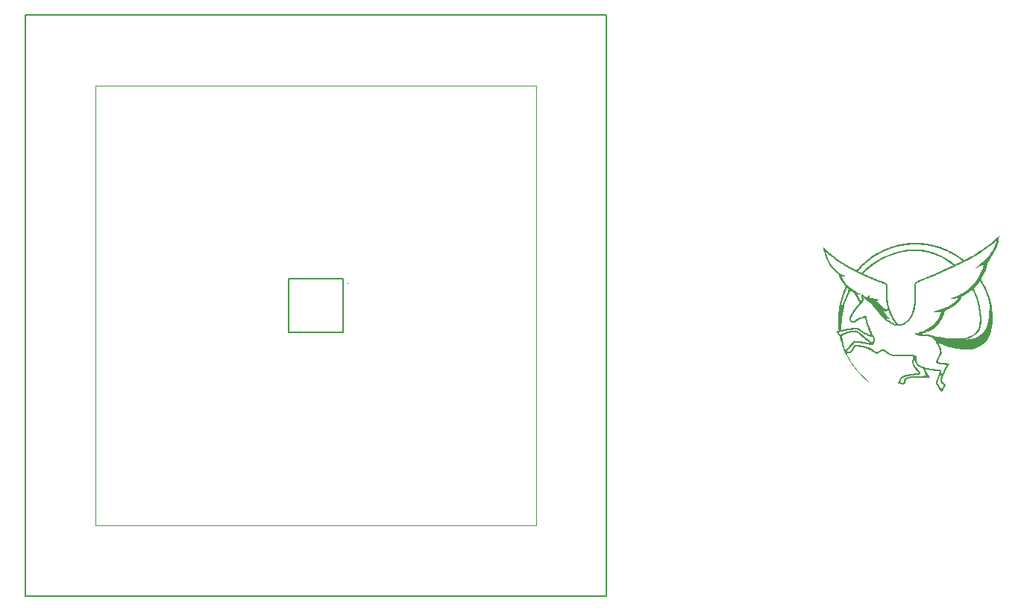
<source format=gbr>
%TF.GenerationSoftware,KiCad,Pcbnew,7.0.1-0*%
%TF.CreationDate,2023-03-22T23:36:25-07:00*%
%TF.ProjectId,Cosmic_Watch_Rev7_Nano_Revised,436f736d-6963-45f5-9761-7463685f5265,6.1*%
%TF.SameCoordinates,Original*%
%TF.FileFunction,Legend,Bot*%
%TF.FilePolarity,Positive*%
%FSLAX46Y46*%
G04 Gerber Fmt 4.6, Leading zero omitted, Abs format (unit mm)*
G04 Created by KiCad (PCBNEW 7.0.1-0) date 2023-03-22 23:36:25*
%MOMM*%
%LPD*%
G01*
G04 APERTURE LIST*
%ADD10C,0.150000*%
%ADD11C,0.120000*%
%ADD12C,0.100000*%
%ADD13C,0.200000*%
%ADD14C,5.000000*%
%ADD15C,1.879600*%
%ADD16C,3.000000*%
%ADD17C,3.301600*%
%ADD18R,4.000000X4.000000*%
%ADD19C,0.260000*%
G04 APERTURE END LIST*
D10*
X231320000Y-61080000D02*
X236320000Y-61080000D01*
X236320000Y-61080000D02*
X236320000Y-127080000D01*
X170320000Y-61080000D02*
X231320000Y-61080000D01*
X236320000Y-127080000D02*
X170320000Y-127080000D01*
X170320000Y-127080000D02*
X170320000Y-61080000D01*
D11*
%TO.C,IC1*%
X228320000Y-119080000D02*
X228320000Y-94080000D01*
X228320000Y-94080000D02*
X228320000Y-69080000D01*
X228320000Y-69080000D02*
X178320000Y-69080000D01*
D12*
X207020000Y-91580000D02*
X207020000Y-91580000D01*
X206920000Y-91580000D02*
X206920000Y-91580000D01*
D13*
X206385000Y-97145000D02*
X206385000Y-91015000D01*
X206385000Y-91015000D02*
X200255000Y-91015000D01*
X200255000Y-97145000D02*
X206385000Y-97145000D01*
X200255000Y-91015000D02*
X200255000Y-97145000D01*
D11*
X178320000Y-119080000D02*
X228320000Y-119080000D01*
X178320000Y-69080000D02*
X178320000Y-119080000D01*
D12*
X206920000Y-91580000D02*
G75*
G03*
X207020000Y-91580000I50000J0D01*
G01*
X207020000Y-91580000D02*
G75*
G03*
X206920000Y-91580000I-50000J0D01*
G01*
%TO.C,G\u002A\u002A\u002A*%
G36*
X280842665Y-86751733D02*
G01*
X280826367Y-86838766D01*
X280747465Y-87123762D01*
X280641933Y-87423583D01*
X280512791Y-87731047D01*
X280363060Y-88038974D01*
X280195761Y-88340184D01*
X280013916Y-88627496D01*
X279820545Y-88893731D01*
X279815209Y-88900573D01*
X279760463Y-88975155D01*
X279718644Y-89045244D01*
X279683709Y-89124347D01*
X279649615Y-89225973D01*
X279610318Y-89363631D01*
X279601986Y-89393705D01*
X279496537Y-89733752D01*
X279371044Y-90076474D01*
X279231101Y-90408515D01*
X279082303Y-90716520D01*
X278930244Y-90987134D01*
X278926693Y-90992922D01*
X278887092Y-91060381D01*
X278871504Y-91103773D01*
X278877481Y-91141092D01*
X278902570Y-91190334D01*
X278906904Y-91198113D01*
X278945934Y-91263933D01*
X278977856Y-91311600D01*
X278998151Y-91341927D01*
X279042897Y-91418602D01*
X279101167Y-91525203D01*
X279168064Y-91652248D01*
X279238689Y-91790252D01*
X279308144Y-91929735D01*
X279371530Y-92061211D01*
X279423948Y-92175200D01*
X279584889Y-92559449D01*
X279803638Y-93178804D01*
X279972816Y-93801052D01*
X280048412Y-94195887D01*
X280093146Y-94429529D01*
X280165348Y-95067566D01*
X280190142Y-95718500D01*
X280190144Y-95719500D01*
X280173790Y-96169571D01*
X280122306Y-96585544D01*
X280034685Y-96970951D01*
X279909920Y-97329325D01*
X279747000Y-97664197D01*
X279544919Y-97979100D01*
X279339219Y-98231402D01*
X279075307Y-98482414D01*
X278781968Y-98692125D01*
X278459652Y-98860261D01*
X278108812Y-98986552D01*
X277729900Y-99070724D01*
X277728870Y-99070889D01*
X277567743Y-99087837D01*
X277367438Y-99095134D01*
X277138428Y-99093492D01*
X276891187Y-99083623D01*
X276636189Y-99066242D01*
X276383907Y-99042060D01*
X276144816Y-99011790D01*
X275929388Y-98976146D01*
X275748098Y-98935840D01*
X275717709Y-98927957D01*
X275619264Y-98903366D01*
X275520100Y-98879600D01*
X275398103Y-98848352D01*
X275218584Y-98796293D01*
X275016551Y-98732705D01*
X274805351Y-98661950D01*
X274598335Y-98588392D01*
X274408850Y-98516394D01*
X274349113Y-98492931D01*
X274234735Y-98449124D01*
X274142898Y-98415468D01*
X274081790Y-98394917D01*
X274059600Y-98390424D01*
X274059676Y-98391135D01*
X274071151Y-98421847D01*
X274098344Y-98484795D01*
X274135800Y-98567313D01*
X274138401Y-98572945D01*
X274175579Y-98656805D01*
X274201968Y-98722387D01*
X274212000Y-98755916D01*
X274215488Y-98775371D01*
X274234793Y-98823994D01*
X274259677Y-98876400D01*
X274320363Y-99046777D01*
X274365217Y-99241002D01*
X274377160Y-99320112D01*
X274381334Y-99401888D01*
X274371513Y-99479542D01*
X274344816Y-99565088D01*
X274298363Y-99670537D01*
X274229273Y-99807900D01*
X274176938Y-99910816D01*
X274113080Y-100040550D01*
X274053739Y-100165183D01*
X274003588Y-100274691D01*
X273967295Y-100359052D01*
X273949532Y-100408243D01*
X273943615Y-100451313D01*
X273956123Y-100485350D01*
X273995637Y-100512018D01*
X274069886Y-100536378D01*
X274186600Y-100563492D01*
X274239555Y-100574443D01*
X274346818Y-100593571D01*
X274461786Y-100609322D01*
X274595229Y-100622873D01*
X274757915Y-100635400D01*
X274960614Y-100648082D01*
X275032176Y-100652649D01*
X275129899Y-100660391D01*
X275200491Y-100667906D01*
X275232147Y-100674062D01*
X275236426Y-100678770D01*
X275236128Y-100719551D01*
X275213302Y-100788196D01*
X275172430Y-100873335D01*
X275117995Y-100963600D01*
X275090716Y-101004252D01*
X275036799Y-101084526D01*
X274994963Y-101146721D01*
X274993346Y-101149136D01*
X274961689Y-101203538D01*
X274948600Y-101239854D01*
X274948388Y-101243576D01*
X274929550Y-101272633D01*
X274928135Y-101273687D01*
X274907611Y-101304641D01*
X274870908Y-101370540D01*
X274822821Y-101461868D01*
X274768149Y-101569110D01*
X274711689Y-101682749D01*
X274658237Y-101793271D01*
X274612590Y-101891160D01*
X274579547Y-101966900D01*
X274556149Y-102028679D01*
X274521449Y-102129591D01*
X274488580Y-102233600D01*
X274462060Y-102318762D01*
X274436681Y-102393822D01*
X274419683Y-102436800D01*
X274418177Y-102439974D01*
X274403271Y-102493817D01*
X274393405Y-102566141D01*
X274392305Y-102599881D01*
X274400096Y-102640486D01*
X274425417Y-102681534D01*
X274475492Y-102733645D01*
X274557548Y-102807441D01*
X274586120Y-102832603D01*
X274669728Y-102907110D01*
X274740935Y-102971762D01*
X274786771Y-103014826D01*
X274845044Y-103072152D01*
X274796546Y-103185294D01*
X274765345Y-103254408D01*
X274722012Y-103343543D01*
X274678218Y-103428289D01*
X274641191Y-103494725D01*
X274618157Y-103528928D01*
X274613259Y-103535309D01*
X274588523Y-103576569D01*
X274554657Y-103639412D01*
X274546151Y-103655275D01*
X274496558Y-103734982D01*
X274446950Y-103799471D01*
X274443731Y-103803021D01*
X274405535Y-103852185D01*
X274389800Y-103885908D01*
X274384413Y-103907876D01*
X274358542Y-103904575D01*
X274313787Y-103862780D01*
X274252928Y-103786351D01*
X274178745Y-103679148D01*
X274094020Y-103545031D01*
X274001532Y-103387862D01*
X273904062Y-103211500D01*
X273888107Y-103182520D01*
X273853936Y-103125634D01*
X273832466Y-103097200D01*
X273785351Y-103042953D01*
X273745476Y-102959764D01*
X273729400Y-102877216D01*
X273732159Y-102846615D01*
X273747369Y-102768946D01*
X273772242Y-102670396D01*
X273802620Y-102565053D01*
X273834347Y-102467008D01*
X273863264Y-102390350D01*
X273885214Y-102349170D01*
X273897496Y-102326531D01*
X273907200Y-102271700D01*
X273910967Y-102237761D01*
X273929134Y-102194229D01*
X273952250Y-102155225D01*
X273977721Y-102093900D01*
X273983116Y-102078618D01*
X274008678Y-102007474D01*
X274043882Y-101910557D01*
X274082787Y-101804240D01*
X274099074Y-101759484D01*
X274130906Y-101669182D01*
X274152956Y-101602563D01*
X274161200Y-101571570D01*
X274156471Y-101567302D01*
X274114363Y-101556550D01*
X274038031Y-101545818D01*
X273938950Y-101536897D01*
X273671392Y-101516023D01*
X273367720Y-101485182D01*
X273098980Y-101448688D01*
X272856346Y-101405471D01*
X272852664Y-101404728D01*
X272736070Y-101381352D01*
X272639304Y-101362236D01*
X272572351Y-101349334D01*
X272545196Y-101344600D01*
X272534229Y-101361553D01*
X272539642Y-101414500D01*
X272561506Y-101492532D01*
X272597383Y-101584453D01*
X272619786Y-101632985D01*
X272761897Y-101873779D01*
X272945524Y-102093900D01*
X272949732Y-102098944D01*
X272984506Y-102135676D01*
X273036301Y-102197514D01*
X273056276Y-102237962D01*
X273049189Y-102264966D01*
X273047713Y-102266508D01*
X273028760Y-102275329D01*
X272990261Y-102282291D01*
X272927753Y-102287523D01*
X272836772Y-102291152D01*
X272712854Y-102293307D01*
X272551536Y-102294116D01*
X272348354Y-102293706D01*
X272098845Y-102292206D01*
X271906020Y-102291314D01*
X271696898Y-102291530D01*
X271504370Y-102292948D01*
X271335276Y-102295464D01*
X271196456Y-102298972D01*
X271094751Y-102303368D01*
X271037000Y-102308544D01*
X270984977Y-102316933D01*
X270886246Y-102331975D01*
X270808400Y-102342792D01*
X270764529Y-102349397D01*
X270652064Y-102374034D01*
X270539219Y-102407499D01*
X270438580Y-102445293D01*
X270362733Y-102482917D01*
X270324265Y-102515869D01*
X270321365Y-102522128D01*
X270305316Y-102579514D01*
X270289185Y-102667933D01*
X270276068Y-102771004D01*
X270273403Y-102795546D01*
X270259158Y-102891699D01*
X270242290Y-102966004D01*
X270225902Y-103004048D01*
X270211421Y-103011789D01*
X270144488Y-103023798D01*
X270027548Y-103030838D01*
X269860970Y-103032880D01*
X269824201Y-103032689D01*
X269662356Y-103028261D01*
X269545117Y-103017275D01*
X269467521Y-102998640D01*
X269424603Y-102971265D01*
X269411400Y-102934058D01*
X269412179Y-102926725D01*
X269428020Y-102875683D01*
X269452395Y-102815970D01*
X269665400Y-102815970D01*
X269665503Y-102817055D01*
X269690074Y-102836000D01*
X269744775Y-102852725D01*
X269756232Y-102854873D01*
X269895679Y-102864740D01*
X270040050Y-102850674D01*
X270057034Y-102846513D01*
X270083030Y-102828222D01*
X270094578Y-102786752D01*
X270097200Y-102708350D01*
X270102738Y-102623983D01*
X270133782Y-102495017D01*
X270187483Y-102389854D01*
X270258515Y-102321274D01*
X270275787Y-102311672D01*
X270378336Y-102267011D01*
X270511868Y-102222335D01*
X270660513Y-102182516D01*
X270808400Y-102152429D01*
X270842890Y-102148143D01*
X270935691Y-102140862D01*
X271067291Y-102133499D01*
X271230248Y-102126366D01*
X271417122Y-102119775D01*
X271620475Y-102114038D01*
X271832864Y-102109467D01*
X272692228Y-102093900D01*
X272629154Y-102020556D01*
X272575806Y-101947721D01*
X272504887Y-101824946D01*
X272438072Y-101684829D01*
X272383792Y-101545397D01*
X272350477Y-101424677D01*
X272337006Y-101363694D01*
X272312112Y-101293008D01*
X272286464Y-101268400D01*
X272263878Y-101262730D01*
X272201464Y-101238968D01*
X272112819Y-101200945D01*
X272009150Y-101153312D01*
X271822544Y-101050499D01*
X271648182Y-100921896D01*
X271509185Y-100781409D01*
X271413259Y-100635729D01*
X271407338Y-100623413D01*
X271381348Y-100557053D01*
X271364734Y-100482568D01*
X271355163Y-100385753D01*
X271350302Y-100252400D01*
X271348467Y-100170429D01*
X271345780Y-100066336D01*
X271343322Y-99987865D01*
X271341461Y-99947600D01*
X271334384Y-99932826D01*
X271320181Y-99958410D01*
X271301325Y-100017324D01*
X271280180Y-100101104D01*
X271259106Y-100201289D01*
X271240468Y-100309415D01*
X271232317Y-100372437D01*
X271224527Y-100525923D01*
X271234116Y-100662648D01*
X271259876Y-100771898D01*
X271300600Y-100842959D01*
X271304217Y-100846811D01*
X271339844Y-100893735D01*
X271380452Y-100957250D01*
X271388817Y-100971012D01*
X271424333Y-101019998D01*
X271448877Y-101039800D01*
X271457449Y-101043322D01*
X271468800Y-101075783D01*
X271470422Y-101090992D01*
X271487850Y-101120233D01*
X271499413Y-101129894D01*
X271539676Y-101171448D01*
X271599687Y-101237469D01*
X271671368Y-101319200D01*
X271711814Y-101365869D01*
X271787622Y-101452444D01*
X271851791Y-101524623D01*
X271893618Y-101570313D01*
X271927390Y-101626643D01*
X271949730Y-101712860D01*
X271952233Y-101800860D01*
X271931962Y-101867847D01*
X271893241Y-101904749D01*
X271806830Y-101940973D01*
X271695867Y-101954200D01*
X271668059Y-101955062D01*
X271578406Y-101962417D01*
X271464727Y-101975664D01*
X271344947Y-101992830D01*
X271307022Y-101998787D01*
X271166942Y-102020324D01*
X271026119Y-102041396D01*
X270910000Y-102058179D01*
X270847288Y-102067323D01*
X270765272Y-102080792D01*
X270678070Y-102097362D01*
X270574648Y-102119292D01*
X270443970Y-102148843D01*
X270275000Y-102188276D01*
X270105615Y-102232626D01*
X269978897Y-102276765D01*
X269897783Y-102320500D01*
X269859672Y-102364937D01*
X269857192Y-102371193D01*
X269832613Y-102428822D01*
X269794882Y-102513615D01*
X269751088Y-102609595D01*
X269739937Y-102633912D01*
X269701986Y-102719685D01*
X269675411Y-102784535D01*
X269665400Y-102815970D01*
X269452395Y-102815970D01*
X269459131Y-102799469D01*
X269498707Y-102712562D01*
X269539942Y-102629436D01*
X269576033Y-102564570D01*
X269600175Y-102532438D01*
X269609864Y-102524178D01*
X269605329Y-102513388D01*
X269600129Y-102497421D01*
X269619348Y-102455850D01*
X269627729Y-102441331D01*
X269660035Y-102371480D01*
X269690123Y-102289875D01*
X269696345Y-102271526D01*
X269739169Y-102191967D01*
X269803105Y-102144353D01*
X269815768Y-102138624D01*
X269893166Y-102108110D01*
X269992847Y-102073415D01*
X270100817Y-102038879D01*
X270203083Y-102008838D01*
X270285651Y-101987632D01*
X270334526Y-101979600D01*
X270365994Y-101976442D01*
X270438431Y-101963074D01*
X270525334Y-101942793D01*
X270539384Y-101939321D01*
X270639973Y-101918361D01*
X270776517Y-101894174D01*
X270936782Y-101868569D01*
X271108537Y-101843357D01*
X271279547Y-101820348D01*
X271437579Y-101801351D01*
X271570400Y-101788176D01*
X271585434Y-101786877D01*
X271677314Y-101776709D01*
X271746480Y-101765361D01*
X271778941Y-101755054D01*
X271774460Y-101732169D01*
X271742642Y-101682570D01*
X271690041Y-101618490D01*
X271674082Y-101600682D01*
X271555209Y-101467422D01*
X271465476Y-101365426D01*
X271400179Y-101289211D01*
X271354611Y-101233296D01*
X271324066Y-101192200D01*
X271284814Y-101139213D01*
X271238526Y-101083524D01*
X271213769Y-101050447D01*
X271170800Y-100980738D01*
X271125758Y-100897594D01*
X271076543Y-100773173D01*
X271044737Y-100594998D01*
X271047017Y-100389327D01*
X271083074Y-100150800D01*
X271095846Y-100086191D01*
X271112220Y-99992459D01*
X271121094Y-99925525D01*
X271120776Y-99896800D01*
X271110896Y-99895213D01*
X271056734Y-99892579D01*
X270960119Y-99890134D01*
X270826334Y-99887944D01*
X270660662Y-99886073D01*
X270468386Y-99884590D01*
X270254790Y-99883560D01*
X270025156Y-99883050D01*
X269902693Y-99882806D01*
X269675563Y-99881678D01*
X269464487Y-99879769D01*
X269275255Y-99877183D01*
X269113660Y-99874024D01*
X268985492Y-99870393D01*
X268896542Y-99866395D01*
X268852600Y-99862134D01*
X268781224Y-99844706D01*
X268668182Y-99809472D01*
X268550352Y-99761618D01*
X268415296Y-99695873D01*
X268250580Y-99606967D01*
X268216020Y-99584647D01*
X268149130Y-99535347D01*
X268074935Y-99475970D01*
X268062734Y-99465789D01*
X267995419Y-99409292D01*
X267941856Y-99363244D01*
X267884957Y-99312744D01*
X267807632Y-99242891D01*
X267744728Y-99185883D01*
X267568414Y-99274246D01*
X267552180Y-99282408D01*
X267466553Y-99326334D01*
X267399960Y-99361901D01*
X267365665Y-99382054D01*
X267358375Y-99386772D01*
X267311657Y-99413008D01*
X267236182Y-99453032D01*
X267144300Y-99500250D01*
X267116102Y-99514487D01*
X267022947Y-99558263D01*
X266956861Y-99576745D01*
X266903464Y-99568656D01*
X266848375Y-99532718D01*
X266777213Y-99467655D01*
X266732552Y-99430015D01*
X266703410Y-99414200D01*
X266698850Y-99413190D01*
X266661719Y-99392748D01*
X266607098Y-99354275D01*
X266573320Y-99330999D01*
X266484299Y-99278061D01*
X266367212Y-99214589D01*
X266233919Y-99146567D01*
X266096280Y-99079979D01*
X265966154Y-99020808D01*
X265855400Y-98975037D01*
X265797459Y-98954200D01*
X265618676Y-98900339D01*
X265408758Y-98848655D01*
X265181847Y-98802153D01*
X264952083Y-98763838D01*
X264733608Y-98736713D01*
X264589715Y-98722519D01*
X264466908Y-98909609D01*
X264442477Y-98946698D01*
X264389603Y-99026001D01*
X264350203Y-99083735D01*
X264331400Y-99109400D01*
X264305884Y-99144224D01*
X264260295Y-99221265D01*
X264200808Y-99331743D01*
X264178704Y-99373101D01*
X264123753Y-99459939D01*
X264069561Y-99510992D01*
X264004041Y-99535125D01*
X263915101Y-99541200D01*
X263868879Y-99539776D01*
X263773158Y-99529604D01*
X263698894Y-99512863D01*
X263691332Y-99510293D01*
X263635277Y-99495755D01*
X263606048Y-99496086D01*
X263605194Y-99500970D01*
X263617896Y-99541952D01*
X263650049Y-99616652D01*
X263697667Y-99717181D01*
X263756761Y-99835653D01*
X263823345Y-99964177D01*
X263893432Y-100094867D01*
X263963034Y-100219833D01*
X264028164Y-100331187D01*
X264147448Y-100521984D01*
X264451728Y-100961741D01*
X264796241Y-101402798D01*
X265174649Y-101837702D01*
X265580615Y-102259000D01*
X266007800Y-102659238D01*
X266030411Y-102679342D01*
X266128652Y-102767109D01*
X266191461Y-102824476D01*
X266221161Y-102854055D01*
X266220070Y-102858457D01*
X266190510Y-102840294D01*
X266134800Y-102802177D01*
X266063986Y-102752384D01*
X266008358Y-102712060D01*
X265982400Y-102691638D01*
X265981946Y-102691170D01*
X265955269Y-102667939D01*
X265900886Y-102622682D01*
X265830000Y-102564730D01*
X265806132Y-102545249D01*
X265519849Y-102295244D01*
X265217393Y-102001773D01*
X264897634Y-101663697D01*
X264559447Y-101279875D01*
X264502230Y-101209672D01*
X264402865Y-101078452D01*
X264288598Y-100919426D01*
X264165807Y-100742006D01*
X264040869Y-100555603D01*
X263920161Y-100369628D01*
X263810061Y-100193491D01*
X263716947Y-100036604D01*
X263700696Y-100007805D01*
X263622689Y-99861452D01*
X263534176Y-99685046D01*
X263441730Y-99492494D01*
X263351924Y-99297699D01*
X263339764Y-99270067D01*
X263627685Y-99270067D01*
X263632158Y-99277363D01*
X263675348Y-99306532D01*
X263747379Y-99334359D01*
X263831183Y-99355198D01*
X263909695Y-99363400D01*
X263955732Y-99354979D01*
X263993591Y-99318950D01*
X263996162Y-99312545D01*
X264025480Y-99256152D01*
X264075985Y-99170406D01*
X264140966Y-99065649D01*
X264213713Y-98952220D01*
X264287515Y-98840460D01*
X264355660Y-98740708D01*
X264411438Y-98663304D01*
X264448138Y-98618589D01*
X264455087Y-98611759D01*
X264505546Y-98573211D01*
X264564878Y-98555110D01*
X264653821Y-98550600D01*
X264708774Y-98551750D01*
X264891314Y-98566704D01*
X265102408Y-98596770D01*
X265328289Y-98639180D01*
X265555192Y-98691163D01*
X265769351Y-98749952D01*
X265957000Y-98812775D01*
X265968722Y-98817245D01*
X266100607Y-98873127D01*
X266253941Y-98945929D01*
X266415031Y-99028422D01*
X266570181Y-99113380D01*
X266705696Y-99193577D01*
X266807881Y-99261785D01*
X266880141Y-99311650D01*
X266944056Y-99349087D01*
X266982176Y-99363400D01*
X266982959Y-99363381D01*
X267023672Y-99350634D01*
X267092934Y-99318785D01*
X267176209Y-99274495D01*
X267277761Y-99218897D01*
X267401269Y-99155236D01*
X267520039Y-99097670D01*
X267624144Y-99050826D01*
X267703656Y-99019327D01*
X267748648Y-99007800D01*
X267777980Y-99011232D01*
X267866300Y-99052386D01*
X267972601Y-99140406D01*
X268023155Y-99186009D01*
X268105708Y-99254716D01*
X268192200Y-99322099D01*
X268192719Y-99322487D01*
X268264603Y-99377144D01*
X268319154Y-99420242D01*
X268344600Y-99442480D01*
X268360005Y-99455483D01*
X268415602Y-99489192D01*
X268495568Y-99531081D01*
X268585566Y-99574117D01*
X268671257Y-99611272D01*
X268738300Y-99635514D01*
X268780241Y-99647582D01*
X268869360Y-99671453D01*
X268954605Y-99690566D01*
X269042046Y-99705214D01*
X269137752Y-99715691D01*
X269247795Y-99722290D01*
X269378243Y-99725304D01*
X269535167Y-99725026D01*
X269724637Y-99721751D01*
X269952723Y-99715770D01*
X270225494Y-99707378D01*
X270363672Y-99703255D01*
X270582726Y-99698445D01*
X270760952Y-99697311D01*
X270904733Y-99699918D01*
X271020453Y-99706333D01*
X271114494Y-99716623D01*
X271157179Y-99722713D01*
X271296271Y-99743467D01*
X271394327Y-99764585D01*
X271458513Y-99793436D01*
X271495993Y-99837389D01*
X271513933Y-99903816D01*
X271519496Y-100000084D01*
X271519849Y-100133564D01*
X271520609Y-100231644D01*
X271524945Y-100337034D01*
X271534919Y-100415290D01*
X271552548Y-100480267D01*
X271579849Y-100545819D01*
X271647484Y-100654272D01*
X271757006Y-100774297D01*
X271891042Y-100883935D01*
X272036681Y-100971164D01*
X272123832Y-101010136D01*
X272294665Y-101073823D01*
X272490130Y-101134899D01*
X272694288Y-101188536D01*
X272891200Y-101229910D01*
X273050269Y-101257457D01*
X273311275Y-101297403D01*
X273540615Y-101324452D01*
X273749272Y-101339798D01*
X273948225Y-101344632D01*
X274023428Y-101345024D01*
X274121697Y-101348440D01*
X274187949Y-101356991D01*
X274234101Y-101372613D01*
X274272075Y-101397243D01*
X274305465Y-101428278D01*
X274332121Y-101481131D01*
X274339000Y-101561481D01*
X274338496Y-101581096D01*
X274326126Y-101675587D01*
X274302378Y-101756488D01*
X274288333Y-101790217D01*
X274256002Y-101872563D01*
X274215730Y-101978662D01*
X274173115Y-102093900D01*
X274144249Y-102172468D01*
X274106046Y-102274659D01*
X274075504Y-102354271D01*
X274057408Y-102398700D01*
X274048004Y-102421478D01*
X274022806Y-102491763D01*
X273992597Y-102583548D01*
X273961653Y-102682916D01*
X273934254Y-102775949D01*
X273914677Y-102848730D01*
X273907200Y-102887342D01*
X273908683Y-102899225D01*
X273927896Y-102919400D01*
X273931495Y-102920332D01*
X273958681Y-102947949D01*
X273992438Y-103001950D01*
X273994768Y-103006327D01*
X274033712Y-103077499D01*
X274066992Y-103135382D01*
X274068561Y-103137982D01*
X274098441Y-103187474D01*
X274144469Y-103263700D01*
X274197360Y-103351282D01*
X274233215Y-103411170D01*
X274289610Y-103504155D01*
X274329331Y-103556897D01*
X274360729Y-103570347D01*
X274392155Y-103545459D01*
X274431959Y-103483183D01*
X274488491Y-103384472D01*
X274526322Y-103318360D01*
X274581676Y-103214930D01*
X274611116Y-103146603D01*
X274616416Y-103108774D01*
X274599350Y-103096839D01*
X274591649Y-103093899D01*
X274552334Y-103064767D01*
X274492625Y-103012404D01*
X274422811Y-102946664D01*
X274353181Y-102877397D01*
X274294025Y-102814458D01*
X274255630Y-102767698D01*
X274252184Y-102762445D01*
X274223212Y-102686005D01*
X274212147Y-102589898D01*
X274216079Y-102532220D01*
X274242569Y-102396339D01*
X274291285Y-102229413D01*
X274359014Y-102039162D01*
X274442546Y-101833302D01*
X274538667Y-101619551D01*
X274644166Y-101405628D01*
X274755831Y-101199249D01*
X274870450Y-101008132D01*
X274878250Y-100995827D01*
X274924399Y-100921297D01*
X274955805Y-100867584D01*
X274966044Y-100845607D01*
X274965537Y-100845374D01*
X274935024Y-100840978D01*
X274864729Y-100833227D01*
X274764403Y-100823144D01*
X274643800Y-100811755D01*
X274600030Y-100807586D01*
X274369731Y-100780164D01*
X274169500Y-100746769D01*
X274006234Y-100708717D01*
X273886831Y-100667325D01*
X273885864Y-100666890D01*
X273805628Y-100605955D01*
X273765713Y-100514548D01*
X273766548Y-100393647D01*
X273767163Y-100390150D01*
X273784322Y-100332756D01*
X273817199Y-100247416D01*
X273860819Y-100144846D01*
X273910207Y-100035762D01*
X273960389Y-99930883D01*
X274006389Y-99840923D01*
X274043235Y-99776601D01*
X274065950Y-99748633D01*
X274070695Y-99745641D01*
X274085000Y-99712202D01*
X274088368Y-99695713D01*
X274108572Y-99640740D01*
X274140959Y-99568642D01*
X274170652Y-99495604D01*
X274189526Y-99393808D01*
X274182244Y-99278623D01*
X274149090Y-99134800D01*
X274132846Y-99076585D01*
X274111260Y-98997374D01*
X274097957Y-98946164D01*
X274088122Y-98917136D01*
X274060195Y-98871234D01*
X274050918Y-98859562D01*
X274034200Y-98809069D01*
X274029526Y-98785147D01*
X274003323Y-98717100D01*
X273958946Y-98623012D01*
X273901981Y-98513461D01*
X273838014Y-98399022D01*
X273772629Y-98290275D01*
X273711412Y-98197795D01*
X273628248Y-98082760D01*
X273534819Y-97962389D01*
X277120300Y-97962389D01*
X277209200Y-97960772D01*
X277265309Y-97957359D01*
X277367338Y-97946860D01*
X277489197Y-97931560D01*
X277614120Y-97913739D01*
X277725342Y-97895675D01*
X277806100Y-97879646D01*
X277822739Y-97875680D01*
X277990812Y-97834147D01*
X278110965Y-97801250D01*
X278185069Y-97776438D01*
X278214997Y-97759160D01*
X278225083Y-97749650D01*
X278268189Y-97737800D01*
X278272972Y-97737363D01*
X278320675Y-97722386D01*
X278396378Y-97690370D01*
X278486019Y-97647168D01*
X278574375Y-97599399D01*
X278825209Y-97430367D01*
X279044403Y-97230226D01*
X279226193Y-97004797D01*
X279364814Y-96759900D01*
X279396048Y-96693357D01*
X279425486Y-96633954D01*
X279440240Y-96601070D01*
X279470213Y-96523327D01*
X279505383Y-96424521D01*
X279540165Y-96320957D01*
X279568972Y-96228941D01*
X279586219Y-96164779D01*
X279597170Y-96121679D01*
X279611111Y-96084194D01*
X279614738Y-96076240D01*
X279625950Y-96036535D01*
X279641856Y-95963535D01*
X279663291Y-95853023D01*
X279691086Y-95700784D01*
X279726076Y-95502600D01*
X279728709Y-95487276D01*
X279747964Y-95355099D01*
X279763284Y-95206395D01*
X279775276Y-95032603D01*
X279784545Y-94825158D01*
X279791697Y-94575500D01*
X279795793Y-94374249D01*
X279797571Y-94195887D01*
X279795910Y-94051526D01*
X279790148Y-93932434D01*
X279779626Y-93829878D01*
X279763681Y-93735125D01*
X279741653Y-93639443D01*
X279712882Y-93534100D01*
X279690224Y-93454690D01*
X279657950Y-93341177D01*
X279626240Y-93229300D01*
X279618655Y-93202886D01*
X279577043Y-93067291D01*
X279529915Y-92925279D01*
X279483572Y-92795324D01*
X279444316Y-92695900D01*
X279434211Y-92672149D01*
X279405711Y-92604486D01*
X279366427Y-92510793D01*
X279321700Y-92403800D01*
X279296637Y-92345246D01*
X279237609Y-92214181D01*
X279168274Y-92066630D01*
X279093815Y-91913066D01*
X279019419Y-91763959D01*
X278950271Y-91629781D01*
X278891557Y-91521005D01*
X278848461Y-91448102D01*
X278844077Y-91441363D01*
X278802231Y-91375815D01*
X278771003Y-91325020D01*
X278759239Y-91309532D01*
X278738796Y-91307876D01*
X278707811Y-91337566D01*
X278658011Y-91404417D01*
X278618506Y-91459407D01*
X278577922Y-91514070D01*
X278556708Y-91540200D01*
X278537886Y-91561450D01*
X278495832Y-91612188D01*
X278441100Y-91679900D01*
X278383454Y-91748964D01*
X278295737Y-91847954D01*
X278211196Y-91937918D01*
X278201803Y-91947502D01*
X278119858Y-92031382D01*
X278068114Y-92089136D01*
X278042547Y-92130884D01*
X278039139Y-92166745D01*
X278053867Y-92206841D01*
X278082710Y-92261291D01*
X278105868Y-92306906D01*
X278128224Y-92358372D01*
X278131179Y-92378399D01*
X278127761Y-92382853D01*
X278143102Y-92410150D01*
X278171179Y-92458025D01*
X278212133Y-92547295D01*
X278262083Y-92668485D01*
X278317978Y-92813126D01*
X278376768Y-92972751D01*
X278435403Y-93138888D01*
X278490833Y-93303071D01*
X278540007Y-93456830D01*
X278579875Y-93591696D01*
X278607386Y-93699200D01*
X278619286Y-93750142D01*
X278646032Y-93854386D01*
X278670905Y-93940500D01*
X278670928Y-93940571D01*
X278691332Y-94017862D01*
X278713747Y-94122768D01*
X278733323Y-94232600D01*
X278750991Y-94342303D01*
X278770277Y-94458373D01*
X278786115Y-94550100D01*
X278797678Y-94625620D01*
X278811639Y-94740849D01*
X278822299Y-94854900D01*
X278822846Y-94862039D01*
X278833072Y-94980535D01*
X278846537Y-95118882D01*
X278860481Y-95248600D01*
X278873446Y-95398735D01*
X278881470Y-95571599D01*
X278882422Y-95630846D01*
X278884357Y-95751353D01*
X278882086Y-95923640D01*
X278874634Y-96074108D01*
X278861977Y-96188400D01*
X278851072Y-96253365D01*
X278830952Y-96368932D01*
X278814424Y-96453301D01*
X278798488Y-96519603D01*
X278780144Y-96580968D01*
X278756391Y-96650528D01*
X278742434Y-96688365D01*
X278689825Y-96812568D01*
X278627940Y-96939265D01*
X278565364Y-97051608D01*
X278510682Y-97132746D01*
X278461184Y-97192761D01*
X278240237Y-97418255D01*
X277993265Y-97604656D01*
X277714882Y-97755560D01*
X277399700Y-97874565D01*
X277357619Y-97887669D01*
X277266875Y-97916051D01*
X277196500Y-97938216D01*
X277120300Y-97962389D01*
X273534819Y-97962389D01*
X273532341Y-97959196D01*
X273448004Y-97864147D01*
X273367212Y-97788761D01*
X273281939Y-97724189D01*
X273242741Y-97697757D01*
X273195473Y-97669881D01*
X273146089Y-97648873D01*
X273084912Y-97632261D01*
X273002263Y-97617568D01*
X272888468Y-97602322D01*
X272733848Y-97584048D01*
X272675004Y-97577520D01*
X272504567Y-97561145D01*
X272333179Y-97547845D01*
X272177939Y-97538846D01*
X272055947Y-97535378D01*
X271984780Y-97534137D01*
X271863141Y-97527675D01*
X271758459Y-97517001D01*
X271687647Y-97503576D01*
X271678555Y-97500801D01*
X271591142Y-97468359D01*
X271498623Y-97426082D01*
X271414148Y-97380935D01*
X271350867Y-97339883D01*
X271340916Y-97329569D01*
X271937569Y-97329569D01*
X271942012Y-97332348D01*
X271984558Y-97340576D01*
X272061144Y-97347632D01*
X272159202Y-97352230D01*
X272218984Y-97354089D01*
X272322846Y-97358824D01*
X272421100Y-97366195D01*
X272532376Y-97377748D01*
X272675300Y-97395026D01*
X272681913Y-97395828D01*
X272750038Y-97403011D01*
X272847216Y-97412193D01*
X272954700Y-97421593D01*
X272971037Y-97423061D01*
X273077705Y-97437084D01*
X273170726Y-97456133D01*
X273231552Y-97476527D01*
X273241471Y-97481237D01*
X273319324Y-97508093D01*
X273439890Y-97539772D01*
X273596754Y-97575113D01*
X273783499Y-97612957D01*
X273993709Y-97652141D01*
X274220967Y-97691506D01*
X274458859Y-97729891D01*
X274700967Y-97766135D01*
X274940876Y-97799078D01*
X275172169Y-97827559D01*
X275224262Y-97833110D01*
X275416199Y-97847931D01*
X275632434Y-97857654D01*
X275862267Y-97862368D01*
X276094998Y-97862160D01*
X276319926Y-97857118D01*
X276526353Y-97847330D01*
X276703578Y-97832884D01*
X276840900Y-97813868D01*
X276907400Y-97801003D01*
X277263138Y-97714839D01*
X277574658Y-97606758D01*
X277844089Y-97475088D01*
X278073563Y-97318153D01*
X278265208Y-97134281D01*
X278421154Y-96921797D01*
X278543532Y-96679028D01*
X278634472Y-96404300D01*
X278659306Y-96281531D01*
X278681198Y-96093080D01*
X278693263Y-95872847D01*
X278695240Y-95630846D01*
X278686868Y-95377092D01*
X278667886Y-95121600D01*
X278663653Y-95078078D01*
X278647270Y-94920397D01*
X278630511Y-94781865D01*
X278610954Y-94645245D01*
X278586180Y-94493302D01*
X278553770Y-94308800D01*
X278543818Y-94252716D01*
X278529768Y-94171465D01*
X278521043Y-94118300D01*
X278519316Y-94108123D01*
X278505208Y-94043695D01*
X278485109Y-93965900D01*
X278468454Y-93904761D01*
X278441571Y-93803585D01*
X278414394Y-93699200D01*
X278413165Y-93694443D01*
X278387103Y-93600207D01*
X278352038Y-93481612D01*
X278311832Y-93350848D01*
X278270350Y-93220104D01*
X278231456Y-93101572D01*
X278199013Y-93007440D01*
X278176886Y-92949900D01*
X278162864Y-92917238D01*
X278132802Y-92844737D01*
X278098179Y-92759400D01*
X278090434Y-92740152D01*
X278028459Y-92589981D01*
X277973047Y-92462322D01*
X277927083Y-92363413D01*
X277893451Y-92299493D01*
X277875035Y-92276799D01*
X277872662Y-92277641D01*
X277841962Y-92298245D01*
X277787308Y-92339221D01*
X277721117Y-92390913D01*
X277655803Y-92443660D01*
X277603784Y-92487806D01*
X277559403Y-92523654D01*
X277467990Y-92589611D01*
X277351411Y-92668414D01*
X277220673Y-92752980D01*
X277086787Y-92836226D01*
X276960760Y-92911071D01*
X276853600Y-92970433D01*
X276769191Y-93015575D01*
X276695775Y-93059820D01*
X276649575Y-93098345D01*
X276620223Y-93140217D01*
X276597351Y-93194501D01*
X276576182Y-93252165D01*
X276542506Y-93337231D01*
X276509855Y-93403835D01*
X276468057Y-93471482D01*
X276406941Y-93559682D01*
X276384035Y-93591122D01*
X276229984Y-93769262D01*
X276036742Y-93948133D01*
X275813330Y-94120013D01*
X275568769Y-94277180D01*
X275523252Y-94303243D01*
X275414223Y-94363089D01*
X275289252Y-94429199D01*
X275158435Y-94496484D01*
X275031865Y-94559854D01*
X274919638Y-94614219D01*
X274831847Y-94654490D01*
X274778588Y-94675578D01*
X274752844Y-94688928D01*
X274716341Y-94737929D01*
X274683338Y-94828314D01*
X274667459Y-94884703D01*
X274650418Y-94950898D01*
X274643800Y-94985180D01*
X274642365Y-95000110D01*
X274622646Y-95070443D01*
X274583003Y-95173531D01*
X274527548Y-95300992D01*
X274460390Y-95444445D01*
X274385642Y-95595509D01*
X274307412Y-95745802D01*
X274229814Y-95886945D01*
X274156956Y-96010556D01*
X274092950Y-96108253D01*
X273910795Y-96336216D01*
X273651156Y-96588896D01*
X273357043Y-96806295D01*
X273032173Y-96985340D01*
X273002814Y-96998678D01*
X272882775Y-97047940D01*
X272738347Y-97101363D01*
X272581452Y-97155103D01*
X272424014Y-97205316D01*
X272277956Y-97248157D01*
X272155202Y-97279780D01*
X272067676Y-97296343D01*
X272009077Y-97304934D01*
X271954523Y-97317859D01*
X271937569Y-97329569D01*
X271340916Y-97329569D01*
X271321931Y-97309891D01*
X271328996Y-97287613D01*
X271371790Y-97259686D01*
X271438717Y-97238241D01*
X271514904Y-97229475D01*
X271567419Y-97224007D01*
X271676838Y-97198334D01*
X271817032Y-97154474D01*
X271979501Y-97095566D01*
X272155745Y-97024750D01*
X272337265Y-96945163D01*
X272515559Y-96859946D01*
X272563988Y-96835196D01*
X272672311Y-96777109D01*
X272786074Y-96713247D01*
X272895221Y-96649540D01*
X272989695Y-96591918D01*
X273059440Y-96546309D01*
X273094400Y-96518644D01*
X273109860Y-96506170D01*
X273159064Y-96472480D01*
X273227560Y-96428604D01*
X273255179Y-96409724D01*
X273338371Y-96342553D01*
X273441171Y-96249988D01*
X273554299Y-96141312D01*
X273668477Y-96025811D01*
X273774426Y-95912769D01*
X273862868Y-95811470D01*
X273924524Y-95731200D01*
X273975061Y-95652742D01*
X274082392Y-95460183D01*
X274177336Y-95255413D01*
X274252603Y-95055006D01*
X274300901Y-94875536D01*
X274316940Y-94794572D01*
X274220020Y-94822001D01*
X274166113Y-94833922D01*
X274032277Y-94848029D01*
X273873395Y-94850261D01*
X273705519Y-94840679D01*
X273544704Y-94819347D01*
X273517255Y-94814294D01*
X273432865Y-94796663D01*
X273376632Y-94781552D01*
X273359547Y-94771786D01*
X273363256Y-94769297D01*
X273403174Y-94755432D01*
X273468044Y-94739870D01*
X273709642Y-94684329D01*
X273988485Y-94608639D01*
X274272861Y-94521206D01*
X274544091Y-94427788D01*
X274783500Y-94334146D01*
X274869959Y-94296123D01*
X275001265Y-94234050D01*
X275136448Y-94166039D01*
X275267189Y-94096661D01*
X275385170Y-94030487D01*
X275482072Y-93972085D01*
X275549577Y-93926028D01*
X275579367Y-93896884D01*
X275585849Y-93888870D01*
X275623817Y-93877000D01*
X275639299Y-93875049D01*
X275659800Y-93857076D01*
X275659865Y-93856180D01*
X275681324Y-93829749D01*
X275729650Y-93795046D01*
X275737332Y-93790278D01*
X275823701Y-93723940D01*
X275924569Y-93628864D01*
X276027670Y-93517385D01*
X276120736Y-93401834D01*
X276168180Y-93336197D01*
X276204645Y-93282582D01*
X276218600Y-93257557D01*
X276218419Y-93256789D01*
X276193883Y-93255895D01*
X276140573Y-93267924D01*
X276138495Y-93268509D01*
X276063417Y-93282944D01*
X275958627Y-93294948D01*
X275837484Y-93303933D01*
X275713349Y-93309314D01*
X275599584Y-93310503D01*
X275509547Y-93306914D01*
X275456600Y-93297960D01*
X275393100Y-93272872D01*
X275469300Y-93255901D01*
X275531604Y-93238810D01*
X275584434Y-93218295D01*
X275635286Y-93198648D01*
X275704793Y-93179775D01*
X275708195Y-93179010D01*
X275767869Y-93159687D01*
X275800708Y-93138445D01*
X275811431Y-93127985D01*
X275855484Y-93115000D01*
X275889997Y-93105980D01*
X275959391Y-93079810D01*
X276050054Y-93041896D01*
X276149394Y-92997691D01*
X276244821Y-92952648D01*
X276323742Y-92912220D01*
X276336524Y-92905336D01*
X276392480Y-92875658D01*
X276475046Y-92832165D01*
X276571392Y-92781626D01*
X276618453Y-92756440D01*
X276700028Y-92709723D01*
X276756375Y-92673173D01*
X276777400Y-92653087D01*
X276777914Y-92648858D01*
X276801673Y-92632400D01*
X276816389Y-92626842D01*
X276865692Y-92599163D01*
X276935880Y-92555491D01*
X277014346Y-92503972D01*
X277088488Y-92452757D01*
X277145700Y-92409993D01*
X277159254Y-92399477D01*
X277208170Y-92362735D01*
X277272700Y-92315079D01*
X277301901Y-92293021D01*
X277417022Y-92197727D01*
X277553291Y-92074987D01*
X277701620Y-91933408D01*
X277852924Y-91781592D01*
X277998116Y-91628145D01*
X278004532Y-91621139D01*
X278193392Y-91395625D01*
X278381993Y-91136208D01*
X278560444Y-90858265D01*
X278718851Y-90577170D01*
X278847320Y-90308300D01*
X278856461Y-90286976D01*
X278889090Y-90211497D01*
X278913503Y-90155900D01*
X278942900Y-90087191D01*
X278989782Y-89966553D01*
X279034316Y-89840154D01*
X279073859Y-89716858D01*
X279105769Y-89605529D01*
X279127404Y-89515034D01*
X279136121Y-89454236D01*
X279129279Y-89432000D01*
X279121483Y-89434189D01*
X279079479Y-89455301D01*
X279018446Y-89491572D01*
X278949034Y-89531892D01*
X278845330Y-89586874D01*
X278720028Y-89649900D01*
X278581492Y-89717094D01*
X278438086Y-89784581D01*
X278298174Y-89848487D01*
X278170122Y-89904936D01*
X278062293Y-89950055D01*
X277983053Y-89979968D01*
X277940766Y-89990800D01*
X277942733Y-89983996D01*
X277976892Y-89954894D01*
X278040702Y-89908160D01*
X278126591Y-89849549D01*
X278279007Y-89745057D01*
X278521169Y-89566577D01*
X278763852Y-89373916D01*
X278999635Y-89173668D01*
X279221099Y-88972427D01*
X279420823Y-88776789D01*
X279591386Y-88593348D01*
X279725367Y-88428700D01*
X279731637Y-88420243D01*
X279789817Y-88343481D01*
X279837893Y-88282874D01*
X279865994Y-88250900D01*
X279889758Y-88223717D01*
X279944154Y-88148968D01*
X280023838Y-88030924D01*
X280128592Y-87869900D01*
X280158339Y-87820667D01*
X280208046Y-87731186D01*
X280264021Y-87624750D01*
X280321193Y-87511634D01*
X280374488Y-87402110D01*
X280418836Y-87306451D01*
X280449164Y-87234932D01*
X280460400Y-87197824D01*
X280463886Y-87176920D01*
X280483549Y-87126605D01*
X280486081Y-87121613D01*
X280513417Y-87055863D01*
X280545847Y-86963719D01*
X280576552Y-86865598D01*
X280598707Y-86781921D01*
X280604143Y-86751733D01*
X280600033Y-86727824D01*
X280576052Y-86733858D01*
X280527005Y-86771982D01*
X280447700Y-86844343D01*
X280401756Y-86885810D01*
X280309381Y-86963973D01*
X280219100Y-87035354D01*
X280159268Y-87081397D01*
X280099595Y-87129569D01*
X280066700Y-87159035D01*
X280053628Y-87171488D01*
X280004636Y-87211622D01*
X279939700Y-87260406D01*
X279905173Y-87285673D01*
X279851921Y-87326164D01*
X279825400Y-87348581D01*
X279819248Y-87353987D01*
X279778524Y-87385229D01*
X279706370Y-87438638D01*
X279609737Y-87509171D01*
X279495578Y-87591790D01*
X279370847Y-87681455D01*
X279242497Y-87773124D01*
X279117480Y-87861757D01*
X279020654Y-87929593D01*
X278870634Y-88033020D01*
X278724115Y-88132274D01*
X278593677Y-88218860D01*
X278491900Y-88284280D01*
X278467713Y-88299485D01*
X278387279Y-88351063D01*
X278321479Y-88394573D01*
X278319136Y-88396157D01*
X278264048Y-88428164D01*
X278226229Y-88441400D01*
X278219422Y-88442055D01*
X278199800Y-88460776D01*
X278198887Y-88467252D01*
X278188323Y-88481176D01*
X278158749Y-88501112D01*
X278101331Y-88532580D01*
X278007237Y-88581100D01*
X277982323Y-88594042D01*
X277919524Y-88628748D01*
X277882300Y-88652428D01*
X277867790Y-88662276D01*
X277807615Y-88696782D01*
X277710710Y-88748675D01*
X277583108Y-88814915D01*
X277430841Y-88892464D01*
X277259944Y-88978282D01*
X277109269Y-89053044D01*
X277076448Y-89069329D01*
X276886386Y-89162567D01*
X276695793Y-89254954D01*
X276510700Y-89343453D01*
X276309503Y-89438827D01*
X276157513Y-89510726D01*
X276047024Y-89562993D01*
X275824569Y-89667861D01*
X275638693Y-89755045D01*
X275485953Y-89826159D01*
X275362903Y-89882816D01*
X275266100Y-89926631D01*
X275195257Y-89958515D01*
X275082882Y-90009670D01*
X274986700Y-90054062D01*
X274945272Y-90073269D01*
X274839728Y-90121430D01*
X274745400Y-90163598D01*
X274719814Y-90174971D01*
X274631088Y-90215262D01*
X274521611Y-90265770D01*
X274409359Y-90318225D01*
X274350889Y-90345541D01*
X274264149Y-90385195D01*
X274202012Y-90412459D01*
X274175104Y-90422599D01*
X274159865Y-90427449D01*
X274108585Y-90448262D01*
X274035451Y-90479756D01*
X273954738Y-90515649D01*
X273880719Y-90549660D01*
X273827668Y-90575506D01*
X273827585Y-90575549D01*
X273788581Y-90593313D01*
X273713363Y-90625606D01*
X273612727Y-90667853D01*
X273497468Y-90715476D01*
X273383693Y-90762317D01*
X273273650Y-90807980D01*
X273185775Y-90844821D01*
X273132500Y-90867656D01*
X273103865Y-90879879D01*
X273029804Y-90910722D01*
X272922113Y-90955165D01*
X272788512Y-91010049D01*
X272636722Y-91072218D01*
X272474466Y-91138513D01*
X272309465Y-91205777D01*
X272149439Y-91270853D01*
X272002110Y-91330582D01*
X271875200Y-91381808D01*
X271761180Y-91430818D01*
X271642332Y-91494178D01*
X271558917Y-91558281D01*
X271502506Y-91628709D01*
X271490146Y-91652008D01*
X271479858Y-91681625D01*
X271472081Y-91722139D01*
X271466568Y-91779251D01*
X271463073Y-91858659D01*
X271461351Y-91966064D01*
X271461156Y-92107163D01*
X271462242Y-92287658D01*
X271464363Y-92513247D01*
X271464376Y-92514584D01*
X271464832Y-92946482D01*
X271456688Y-93332142D01*
X271439609Y-93675440D01*
X271413262Y-93980250D01*
X271377312Y-94250447D01*
X271331423Y-94489905D01*
X271275261Y-94702500D01*
X271253190Y-94774262D01*
X271227683Y-94854059D01*
X271204360Y-94919260D01*
X271177265Y-94985004D01*
X271140443Y-95066430D01*
X271087937Y-95178678D01*
X270984405Y-95376054D01*
X270784463Y-95671085D01*
X270546392Y-95935729D01*
X270275000Y-96164158D01*
X270253168Y-96179373D01*
X270159468Y-96235791D01*
X270053376Y-96289963D01*
X269953036Y-96333131D01*
X269876589Y-96356533D01*
X269826143Y-96368570D01*
X269753310Y-96391976D01*
X269717380Y-96401465D01*
X269634988Y-96412642D01*
X269541412Y-96417000D01*
X269497137Y-96416446D01*
X269415742Y-96411806D01*
X269324325Y-96401016D01*
X269209719Y-96382363D01*
X269058753Y-96354129D01*
X269056215Y-96353603D01*
X268996755Y-96333656D01*
X268908242Y-96295970D01*
X268804968Y-96247267D01*
X268701224Y-96194267D01*
X268611300Y-96143692D01*
X268559416Y-96111804D01*
X268462466Y-96050052D01*
X268357135Y-95981016D01*
X268253675Y-95911605D01*
X268162335Y-95848726D01*
X268093366Y-95799284D01*
X268057018Y-95770188D01*
X268029951Y-95747333D01*
X267995994Y-95731200D01*
X267991645Y-95730289D01*
X267953696Y-95705116D01*
X267891651Y-95651111D01*
X267813260Y-95575906D01*
X267726272Y-95487131D01*
X267638438Y-95392418D01*
X267557507Y-95299400D01*
X267538242Y-95276421D01*
X267470216Y-95196427D01*
X267413038Y-95130830D01*
X267377459Y-95092016D01*
X267374514Y-95088990D01*
X267335613Y-95044822D01*
X267278327Y-94975686D01*
X267213941Y-94895166D01*
X267200994Y-94878840D01*
X267142186Y-94808594D01*
X267127366Y-94792834D01*
X267848414Y-94792834D01*
X267850459Y-94827696D01*
X267882992Y-94894263D01*
X267942472Y-94984688D01*
X268024176Y-95092750D01*
X268123379Y-95212226D01*
X268235357Y-95336893D01*
X268355386Y-95460531D01*
X268531272Y-95634363D01*
X268380786Y-95617946D01*
X268315072Y-95610248D01*
X268227090Y-95598378D01*
X268166800Y-95588345D01*
X268151843Y-95586586D01*
X268147489Y-95597951D01*
X268181369Y-95631772D01*
X268255700Y-95690604D01*
X268267140Y-95699209D01*
X268343338Y-95753467D01*
X268404305Y-95791922D01*
X268437734Y-95806723D01*
X268446555Y-95807748D01*
X268475834Y-95827284D01*
X268480107Y-95833060D01*
X268518802Y-95864338D01*
X268587934Y-95911214D01*
X268676859Y-95967122D01*
X268774928Y-96025495D01*
X268871496Y-96079768D01*
X268955915Y-96123373D01*
X268980294Y-96134926D01*
X269076593Y-96174780D01*
X269136675Y-96188411D01*
X269157400Y-96175016D01*
X269152155Y-96164529D01*
X269122610Y-96120257D01*
X269072848Y-96050748D01*
X269009547Y-95965466D01*
X268977993Y-95923215D01*
X268907701Y-95826537D01*
X268847668Y-95740700D01*
X268808271Y-95680400D01*
X268765767Y-95605738D01*
X268706719Y-95493782D01*
X268642182Y-95364834D01*
X268576262Y-95227774D01*
X268513065Y-95091482D01*
X268456696Y-94964837D01*
X268411261Y-94856721D01*
X268380864Y-94776011D01*
X268369612Y-94731590D01*
X268368906Y-94716424D01*
X268350358Y-94666364D01*
X268304300Y-94656093D01*
X268227396Y-94684507D01*
X268193930Y-94699442D01*
X268095798Y-94731575D01*
X267995379Y-94752661D01*
X267944153Y-94761112D01*
X267879416Y-94777235D01*
X267848414Y-94792834D01*
X267127366Y-94792834D01*
X267095772Y-94759237D01*
X267070854Y-94740600D01*
X267061523Y-94737065D01*
X267049200Y-94704616D01*
X267047350Y-94689362D01*
X267027595Y-94660166D01*
X267027244Y-94660000D01*
X267004247Y-94636518D01*
X266955664Y-94579478D01*
X266886711Y-94495249D01*
X266802605Y-94390200D01*
X266708563Y-94270700D01*
X266682235Y-94237076D01*
X266558009Y-94082472D01*
X266453399Y-93961450D01*
X266360955Y-93866869D01*
X266273228Y-93791594D01*
X266182770Y-93728484D01*
X266082130Y-93670403D01*
X266076960Y-93667630D01*
X265974436Y-93609192D01*
X265902202Y-93556993D01*
X265844576Y-93497663D01*
X265785876Y-93417835D01*
X265757104Y-93378952D01*
X265682805Y-93294867D01*
X265609547Y-93228677D01*
X265579650Y-93205636D01*
X265524230Y-93159456D01*
X265493839Y-93129042D01*
X265482884Y-93121946D01*
X265475677Y-93146840D01*
X265477291Y-93201658D01*
X265487167Y-93274814D01*
X265504743Y-93354719D01*
X265505842Y-93358866D01*
X265520151Y-93439999D01*
X265511044Y-93508132D01*
X265473482Y-93578633D01*
X265402428Y-93666872D01*
X265324520Y-93755709D01*
X265202863Y-93893654D01*
X265099261Y-94010114D01*
X265018759Y-94099429D01*
X264966400Y-94155942D01*
X264955078Y-94168142D01*
X264895869Y-94239286D01*
X264839400Y-94316153D01*
X264820847Y-94342463D01*
X264781336Y-94390929D01*
X264756850Y-94410226D01*
X264748139Y-94414549D01*
X264737800Y-94448500D01*
X264735230Y-94465990D01*
X264714909Y-94486599D01*
X264706765Y-94489906D01*
X264673592Y-94522923D01*
X264632359Y-94579914D01*
X264618498Y-94601534D01*
X264561261Y-94690083D01*
X264504698Y-94776764D01*
X264488526Y-94801696D01*
X264424933Y-94903906D01*
X264353266Y-95024016D01*
X264279293Y-95151823D01*
X264208780Y-95277122D01*
X264147493Y-95389709D01*
X264101199Y-95479381D01*
X264075666Y-95535933D01*
X264059561Y-95588250D01*
X264059844Y-95639053D01*
X264087154Y-95692167D01*
X264098653Y-95708359D01*
X264176859Y-95783384D01*
X264273092Y-95837346D01*
X264366885Y-95858105D01*
X264375525Y-95857762D01*
X264455244Y-95832045D01*
X264548793Y-95769436D01*
X264600708Y-95730103D01*
X264743612Y-95640756D01*
X264911241Y-95554870D01*
X265086185Y-95480927D01*
X265251035Y-95427404D01*
X265258402Y-95425449D01*
X265368916Y-95392443D01*
X265473299Y-95355486D01*
X265549855Y-95322216D01*
X265567366Y-95313402D01*
X265657092Y-95282938D01*
X265742619Y-95285308D01*
X265768665Y-95291293D01*
X265819253Y-95315959D01*
X265853516Y-95362282D01*
X265876855Y-95439976D01*
X265894673Y-95558755D01*
X265900193Y-95599342D01*
X265920124Y-95710042D01*
X265943363Y-95807400D01*
X265948979Y-95827013D01*
X265979302Y-95933903D01*
X266007917Y-96036000D01*
X266018540Y-96072986D01*
X266064105Y-96217113D01*
X266123330Y-96389141D01*
X266191199Y-96574820D01*
X266262697Y-96759900D01*
X266271689Y-96781768D01*
X266307852Y-96863397D01*
X266356021Y-96966469D01*
X266411403Y-97081350D01*
X266469204Y-97198404D01*
X266524631Y-97307996D01*
X266572890Y-97400490D01*
X266599501Y-97448702D01*
X266609188Y-97466252D01*
X266628731Y-97495645D01*
X266644872Y-97513460D01*
X266683679Y-97568496D01*
X266727670Y-97640722D01*
X266780947Y-97776545D01*
X266792142Y-97915661D01*
X266794219Y-97941467D01*
X266760079Y-98120625D01*
X266753947Y-98140317D01*
X266722176Y-98243447D01*
X266692844Y-98340048D01*
X266671227Y-98389580D01*
X266652298Y-98432951D01*
X266588632Y-98519072D01*
X266515197Y-98578652D01*
X266442937Y-98600293D01*
X266433174Y-98599959D01*
X266358360Y-98592254D01*
X266274500Y-98577952D01*
X266267194Y-98576429D01*
X266187291Y-98559996D01*
X266081161Y-98538418D01*
X265969700Y-98515946D01*
X265958403Y-98513675D01*
X265843669Y-98490278D01*
X265734167Y-98467432D01*
X265652200Y-98449786D01*
X265628474Y-98444636D01*
X265532202Y-98425446D01*
X265449000Y-98411047D01*
X265430048Y-98408088D01*
X265339554Y-98392370D01*
X265245800Y-98374318D01*
X265184141Y-98363950D01*
X265080455Y-98349867D01*
X264954711Y-98334993D01*
X264821993Y-98321218D01*
X264752045Y-98313805D01*
X264669389Y-98304431D01*
X264604637Y-98300295D01*
X264551065Y-98305235D01*
X264501950Y-98323093D01*
X264450570Y-98357710D01*
X264390202Y-98412927D01*
X264314122Y-98492583D01*
X264215609Y-98600520D01*
X264087939Y-98740579D01*
X264010730Y-98824400D01*
X263908667Y-98934352D01*
X263817760Y-99031350D01*
X263745701Y-99107201D01*
X263700179Y-99153709D01*
X263674525Y-99181079D01*
X263636856Y-99234251D01*
X263627685Y-99270067D01*
X263339764Y-99270067D01*
X263271333Y-99114566D01*
X263206531Y-98957000D01*
X263205422Y-98954156D01*
X263148130Y-98801059D01*
X263088365Y-98630657D01*
X263028585Y-98451086D01*
X262971252Y-98270485D01*
X262918827Y-98096991D01*
X262873768Y-97938743D01*
X262838538Y-97803877D01*
X262815595Y-97700533D01*
X262807400Y-97636847D01*
X262806780Y-97630741D01*
X262786306Y-97580185D01*
X262784834Y-97577715D01*
X263050782Y-97577715D01*
X263050947Y-97644765D01*
X263118950Y-98020332D01*
X263220925Y-98456725D01*
X263340649Y-98853531D01*
X263361856Y-98914052D01*
X263409731Y-99036075D01*
X263447965Y-99109177D01*
X263476934Y-99133975D01*
X263497010Y-99111084D01*
X263501290Y-99103575D01*
X263525899Y-99072415D01*
X263573650Y-99017708D01*
X263646551Y-98937272D01*
X263746609Y-98828924D01*
X263875831Y-98690483D01*
X264036226Y-98519766D01*
X264229800Y-98314591D01*
X264420300Y-98112980D01*
X264648900Y-98127702D01*
X264891489Y-98147152D01*
X265216451Y-98185198D01*
X265512500Y-98233978D01*
X265531234Y-98237604D01*
X265637455Y-98257865D01*
X265730447Y-98275145D01*
X265791900Y-98286033D01*
X265844664Y-98295930D01*
X265934518Y-98314630D01*
X266033200Y-98336536D01*
X266116875Y-98355664D01*
X266203609Y-98375342D01*
X266261052Y-98388199D01*
X266276354Y-98389580D01*
X266276249Y-98374866D01*
X266237910Y-98335940D01*
X266159452Y-98270621D01*
X266134529Y-98250627D01*
X266061083Y-98190781D01*
X266006950Y-98145272D01*
X265982400Y-98122681D01*
X265979048Y-98119180D01*
X265944547Y-98090045D01*
X265882872Y-98041298D01*
X265804600Y-97981349D01*
X265783767Y-97965540D01*
X265705874Y-97905230D01*
X265645434Y-97856591D01*
X265614100Y-97828949D01*
X265581987Y-97800650D01*
X265521806Y-97752700D01*
X265446697Y-97695582D01*
X265371656Y-97638730D01*
X265306897Y-97587832D01*
X265268897Y-97555751D01*
X265252475Y-97541580D01*
X265198340Y-97498465D01*
X265120529Y-97438628D01*
X265029900Y-97370484D01*
X264974581Y-97328961D01*
X264892855Y-97266123D01*
X264831652Y-97217167D01*
X264801203Y-97190162D01*
X264794663Y-97183411D01*
X264723227Y-97145899D01*
X264611385Y-97125580D01*
X264465841Y-97123128D01*
X264293300Y-97139215D01*
X264268228Y-97142631D01*
X264168852Y-97155395D01*
X264068930Y-97167372D01*
X264014836Y-97175805D01*
X263887054Y-97205983D01*
X263736891Y-97250915D01*
X263576303Y-97306138D01*
X263417246Y-97367188D01*
X263271678Y-97429604D01*
X263151553Y-97488923D01*
X263068829Y-97540680D01*
X263050782Y-97577715D01*
X262784834Y-97577715D01*
X262742705Y-97507003D01*
X262683914Y-97424826D01*
X262670705Y-97407431D01*
X262610731Y-97320661D01*
X262551791Y-97225048D01*
X262504227Y-97139104D01*
X262722203Y-97139104D01*
X262728181Y-97168263D01*
X262762527Y-97219235D01*
X262827622Y-97300368D01*
X262911344Y-97402361D01*
X263081622Y-97319083D01*
X263199108Y-97262240D01*
X263310622Y-97210714D01*
X263408673Y-97169407D01*
X263510389Y-97131165D01*
X263632900Y-97088833D01*
X263713600Y-97062558D01*
X263788458Y-97041114D01*
X263866659Y-97022837D01*
X263957633Y-97005980D01*
X264070811Y-96988796D01*
X264215622Y-96969538D01*
X264401497Y-96946459D01*
X264662093Y-96914658D01*
X264795197Y-96983938D01*
X264893637Y-97040532D01*
X265021288Y-97123482D01*
X265149481Y-97214727D01*
X265258585Y-97300842D01*
X265285615Y-97323187D01*
X265350052Y-97374757D01*
X265423685Y-97432343D01*
X265471947Y-97470076D01*
X265524911Y-97512800D01*
X265550600Y-97535365D01*
X265562135Y-97545619D01*
X265608079Y-97583640D01*
X265682228Y-97643834D01*
X265777629Y-97720568D01*
X265887330Y-97808210D01*
X265953881Y-97861399D01*
X266065138Y-97951141D01*
X266162469Y-98030652D01*
X266237229Y-98092847D01*
X266280770Y-98130638D01*
X266291455Y-98140337D01*
X266339991Y-98179233D01*
X266369864Y-98195000D01*
X266373514Y-98195976D01*
X266401791Y-98223015D01*
X266438535Y-98275553D01*
X266487522Y-98356107D01*
X266511450Y-98294603D01*
X266553227Y-98176585D01*
X266591497Y-98035830D01*
X266611048Y-97915661D01*
X266610646Y-97824413D01*
X266589059Y-97770418D01*
X266565767Y-97741298D01*
X266531909Y-97685348D01*
X266521126Y-97667174D01*
X266491359Y-97642280D01*
X266439288Y-97629605D01*
X266350700Y-97624367D01*
X266288506Y-97620474D01*
X266218141Y-97608059D01*
X266140960Y-97583283D01*
X266044460Y-97541995D01*
X265916138Y-97480041D01*
X265804400Y-97423342D01*
X265696403Y-97366163D01*
X265609739Y-97317801D01*
X265556617Y-97284884D01*
X265544211Y-97276175D01*
X265493142Y-97243164D01*
X265465257Y-97229800D01*
X265464708Y-97229743D01*
X265436196Y-97214743D01*
X265378724Y-97178331D01*
X265304078Y-97127953D01*
X265224939Y-97073188D01*
X265155236Y-97024949D01*
X265112036Y-96995047D01*
X265045019Y-96953987D01*
X264939667Y-96897597D01*
X264814000Y-96836184D01*
X264784311Y-96823485D01*
X264735968Y-96810405D01*
X264676302Y-96806292D01*
X264592338Y-96810647D01*
X264471100Y-96822970D01*
X264470384Y-96823050D01*
X264169985Y-96857810D01*
X263915222Y-96889850D01*
X263701065Y-96919926D01*
X263522481Y-96948792D01*
X263374437Y-96977204D01*
X263251900Y-97005916D01*
X263234108Y-97010463D01*
X263156723Y-97028283D01*
X263099500Y-97038648D01*
X263089340Y-97040113D01*
X263024908Y-97053199D01*
X262947100Y-97072665D01*
X262932922Y-97076505D01*
X262846921Y-97098466D01*
X262774781Y-97115047D01*
X262742212Y-97123408D01*
X262722203Y-97139104D01*
X262504227Y-97139104D01*
X262500948Y-97133180D01*
X262465264Y-97057647D01*
X262451800Y-97011036D01*
X262458352Y-97006392D01*
X262500567Y-96991376D01*
X262568982Y-96972424D01*
X262686164Y-96942918D01*
X262671043Y-96826009D01*
X262660522Y-96727819D01*
X262989497Y-96727819D01*
X262990132Y-96781501D01*
X262991224Y-96792569D01*
X262997079Y-96826686D01*
X263011642Y-96847069D01*
X263043075Y-96854199D01*
X263099539Y-96848553D01*
X263189197Y-96830609D01*
X263320210Y-96800846D01*
X263349280Y-96794275D01*
X263468415Y-96769303D01*
X263579986Y-96748582D01*
X263663110Y-96736058D01*
X263747930Y-96725920D01*
X263861508Y-96711771D01*
X263975800Y-96697079D01*
X264130003Y-96677489D01*
X264274952Y-96660852D01*
X264423105Y-96646118D01*
X264598210Y-96630756D01*
X264801520Y-96613664D01*
X265008436Y-96724882D01*
X265049489Y-96747169D01*
X265146110Y-96801300D01*
X265226000Y-96848290D01*
X265275026Y-96879921D01*
X265353748Y-96936334D01*
X265615656Y-97106744D01*
X265883577Y-97257191D01*
X266139385Y-97377245D01*
X266170621Y-97390163D01*
X266256940Y-97424988D01*
X266320359Y-97449276D01*
X266348935Y-97458400D01*
X266351344Y-97458269D01*
X266361151Y-97448702D01*
X266357145Y-97419420D01*
X266337062Y-97364011D01*
X266298633Y-97276065D01*
X266239593Y-97149172D01*
X266217724Y-97102807D01*
X266154273Y-96967255D01*
X266105628Y-96860416D01*
X266066213Y-96769034D01*
X266030453Y-96679857D01*
X265992772Y-96579630D01*
X265947592Y-96455100D01*
X265934430Y-96417834D01*
X265895924Y-96302495D01*
X265855892Y-96175087D01*
X265817217Y-96045670D01*
X265782784Y-95924303D01*
X265755476Y-95821046D01*
X265738175Y-95745959D01*
X265733766Y-95709101D01*
X265733847Y-95698521D01*
X265728522Y-95648398D01*
X265717618Y-95575463D01*
X265715793Y-95564657D01*
X265700522Y-95498293D01*
X265680848Y-95470510D01*
X265649768Y-95470476D01*
X265622415Y-95481066D01*
X265601400Y-95502600D01*
X265600916Y-95506839D01*
X265592075Y-95518061D01*
X265565929Y-95530726D01*
X265514488Y-95547580D01*
X265429765Y-95571366D01*
X265303772Y-95604827D01*
X265214565Y-95630327D01*
X264973785Y-95722422D01*
X264766075Y-95838262D01*
X264599044Y-95973865D01*
X264594607Y-95978236D01*
X264546340Y-96014245D01*
X264486311Y-96031541D01*
X264395239Y-96036000D01*
X264357740Y-96035024D01*
X264199668Y-96007239D01*
X264066277Y-95944888D01*
X263963568Y-95852986D01*
X263897543Y-95736548D01*
X263874200Y-95600589D01*
X263883010Y-95556143D01*
X263911096Y-95474491D01*
X263953238Y-95371497D01*
X264004046Y-95259547D01*
X264058132Y-95151031D01*
X264110106Y-95058336D01*
X264111286Y-95056398D01*
X264234887Y-94854682D01*
X264339063Y-94688241D01*
X264429893Y-94548518D01*
X264513453Y-94426959D01*
X264595821Y-94315008D01*
X264683075Y-94204110D01*
X264781292Y-94085709D01*
X264896550Y-93951249D01*
X264948076Y-93890676D01*
X265009979Y-93814528D01*
X265052315Y-93758137D01*
X265068000Y-93730615D01*
X265067793Y-93728587D01*
X265047702Y-93695014D01*
X265004819Y-93648699D01*
X264986315Y-93630339D01*
X264905493Y-93533697D01*
X264814925Y-93404557D01*
X264721920Y-93254536D01*
X264633788Y-93095249D01*
X264557837Y-92938313D01*
X264513500Y-92839422D01*
X264471220Y-92753068D01*
X264432101Y-92690824D01*
X264386685Y-92640473D01*
X264325514Y-92589794D01*
X264239127Y-92526566D01*
X264185921Y-92488552D01*
X264107172Y-92433577D01*
X264050037Y-92395366D01*
X264024223Y-92380516D01*
X264022654Y-92381307D01*
X264003581Y-92410490D01*
X263968843Y-92475078D01*
X263922852Y-92566050D01*
X263870021Y-92674389D01*
X263814762Y-92791073D01*
X263761488Y-92907083D01*
X263714610Y-93013400D01*
X263660619Y-93144391D01*
X263545787Y-93455999D01*
X263436997Y-93795480D01*
X263339422Y-94147198D01*
X263328947Y-94188367D01*
X263281360Y-94383205D01*
X263239675Y-94570032D01*
X263201665Y-94760555D01*
X263165101Y-94966484D01*
X263127755Y-95199526D01*
X263087399Y-95471388D01*
X263086207Y-95479817D01*
X263074516Y-95576577D01*
X263061475Y-95705182D01*
X263047764Y-95856474D01*
X263034062Y-96021295D01*
X263021051Y-96190488D01*
X263009408Y-96354895D01*
X262999815Y-96505358D01*
X262992951Y-96632718D01*
X262989497Y-96727819D01*
X262660522Y-96727819D01*
X262656095Y-96686502D01*
X262641389Y-96496318D01*
X262629190Y-96282537D01*
X262620071Y-96059446D01*
X262614606Y-95841334D01*
X262613367Y-95642489D01*
X262616930Y-95477200D01*
X262637704Y-95123856D01*
X262704590Y-94500336D01*
X262724359Y-94388193D01*
X262913102Y-94388193D01*
X262919443Y-94410400D01*
X262924413Y-94408682D01*
X262934400Y-94380319D01*
X262937557Y-94363421D01*
X262957024Y-94307248D01*
X262988362Y-94234269D01*
X263021544Y-94162759D01*
X263070206Y-94057532D01*
X263118317Y-93953200D01*
X263165122Y-93852221D01*
X263224864Y-93724525D01*
X263280256Y-93607178D01*
X263289703Y-93587122D01*
X263328588Y-93500594D01*
X263355894Y-93433330D01*
X263366200Y-93398490D01*
X263374411Y-93363758D01*
X263398880Y-93296325D01*
X263433213Y-93214399D01*
X263470901Y-93134394D01*
X263482671Y-93107492D01*
X263493200Y-93066399D01*
X263494736Y-93058817D01*
X263511964Y-93012143D01*
X263544267Y-92936432D01*
X263586563Y-92843804D01*
X263603258Y-92808054D01*
X263643499Y-92719882D01*
X263672686Y-92653006D01*
X263685406Y-92619700D01*
X263685863Y-92617980D01*
X263702121Y-92580409D01*
X263735488Y-92513042D01*
X263779392Y-92429200D01*
X263867899Y-92264100D01*
X263750400Y-92158162D01*
X263694346Y-92111701D01*
X263645127Y-92081165D01*
X263622598Y-92081962D01*
X263618119Y-92093245D01*
X263595295Y-92145583D01*
X263558985Y-92226146D01*
X263514648Y-92322753D01*
X263493594Y-92369022D01*
X263454325Y-92460094D01*
X263427152Y-92529902D01*
X263417000Y-92566170D01*
X263416185Y-92576757D01*
X263399593Y-92615940D01*
X263387100Y-92635227D01*
X263357812Y-92702570D01*
X263319230Y-92809438D01*
X263273592Y-92949900D01*
X263260907Y-92989902D01*
X263228967Y-93086564D01*
X263201224Y-93165800D01*
X263194213Y-93185393D01*
X263164684Y-93275656D01*
X263137214Y-93369000D01*
X263131813Y-93388679D01*
X263102035Y-93495542D01*
X263073045Y-93597600D01*
X263064558Y-93628024D01*
X263037206Y-93734944D01*
X263013386Y-93838900D01*
X263006739Y-93870327D01*
X262982381Y-93983989D01*
X262959301Y-94089955D01*
X262952173Y-94123390D01*
X262932592Y-94224829D01*
X262918219Y-94312205D01*
X262915666Y-94332851D01*
X262913102Y-94388193D01*
X262724359Y-94388193D01*
X262810206Y-93901219D01*
X262956237Y-93319188D01*
X263144366Y-92746927D01*
X263376276Y-92177122D01*
X263494222Y-91912345D01*
X263423861Y-91834626D01*
X263408266Y-91817440D01*
X263364305Y-91769454D01*
X263340144Y-91743804D01*
X263326826Y-91728205D01*
X263289351Y-91681134D01*
X263239200Y-91616400D01*
X263201826Y-91568291D01*
X263159035Y-91515165D01*
X263136152Y-91489400D01*
X263117906Y-91466552D01*
X263079025Y-91407074D01*
X263028041Y-91323448D01*
X262971545Y-91226967D01*
X262916129Y-91128923D01*
X262868385Y-91040609D01*
X262834904Y-90973317D01*
X262807183Y-90907645D01*
X262765624Y-90797340D01*
X262729153Y-90688652D01*
X262706288Y-90619754D01*
X262672872Y-90548472D01*
X262628035Y-90495772D01*
X262558933Y-90443126D01*
X262516663Y-90413746D01*
X262434584Y-90353722D01*
X262358648Y-90292364D01*
X262278646Y-90220728D01*
X262184371Y-90129868D01*
X262065616Y-90010841D01*
X261927165Y-89861880D01*
X261712659Y-89588758D01*
X261522495Y-89286876D01*
X261354779Y-88952270D01*
X261207619Y-88580977D01*
X261079119Y-88169037D01*
X261044165Y-88026211D01*
X261235451Y-88026211D01*
X261236853Y-88077005D01*
X261264421Y-88171114D01*
X261269046Y-88184479D01*
X261302316Y-88283543D01*
X261332704Y-88377900D01*
X261373961Y-88500212D01*
X261450275Y-88695368D01*
X261538229Y-88892560D01*
X261631659Y-89079003D01*
X261724401Y-89241911D01*
X261810292Y-89368500D01*
X261812030Y-89370794D01*
X261840255Y-89411572D01*
X261878485Y-89470100D01*
X261895381Y-89495392D01*
X261956123Y-89577899D01*
X262034699Y-89677349D01*
X262121456Y-89782222D01*
X262206739Y-89880992D01*
X262280894Y-89962136D01*
X262334266Y-90014131D01*
X262368718Y-90044146D01*
X262423166Y-90094354D01*
X262439689Y-90109306D01*
X262496932Y-90156132D01*
X262566100Y-90208654D01*
X262589191Y-90225873D01*
X262677335Y-90295722D01*
X262756600Y-90363594D01*
X262846417Y-90438396D01*
X263015603Y-90556834D01*
X263200934Y-90665106D01*
X263381905Y-90750525D01*
X263505900Y-90800829D01*
X263391600Y-90801593D01*
X263374877Y-90801456D01*
X263267822Y-90793413D01*
X263165998Y-90776697D01*
X263133506Y-90769807D01*
X263072595Y-90760819D01*
X263043178Y-90762556D01*
X263040840Y-90768069D01*
X263044621Y-90791491D01*
X263061487Y-90838310D01*
X263094302Y-90916041D01*
X263145929Y-91032200D01*
X263173188Y-91085530D01*
X263219554Y-91166849D01*
X263274866Y-91258591D01*
X263330672Y-91347077D01*
X263378520Y-91418625D01*
X263409957Y-91459554D01*
X263424270Y-91475935D01*
X263466494Y-91530484D01*
X263515749Y-91599254D01*
X263524486Y-91611546D01*
X263603150Y-91706073D01*
X263712610Y-91819097D01*
X263843329Y-91941620D01*
X263985773Y-92064645D01*
X264130403Y-92179174D01*
X264209707Y-92237656D01*
X264248130Y-92264100D01*
X264355564Y-92338040D01*
X264507815Y-92432369D01*
X264676777Y-92526553D01*
X264872767Y-92626501D01*
X265106100Y-92738123D01*
X265233100Y-92797500D01*
X265048950Y-92804962D01*
X265036496Y-92805508D01*
X264949566Y-92811850D01*
X264888226Y-92820715D01*
X264865075Y-92830362D01*
X264874379Y-92889377D01*
X264905730Y-92989883D01*
X264953667Y-93109612D01*
X265012441Y-93235513D01*
X265076308Y-93354536D01*
X265139521Y-93453631D01*
X265227783Y-93576362D01*
X265288726Y-93515419D01*
X265318034Y-93483094D01*
X265335990Y-93439404D01*
X265323135Y-93384684D01*
X265315108Y-93351342D01*
X265305706Y-93270320D01*
X265299508Y-93164867D01*
X265296790Y-93049990D01*
X265297831Y-92940691D01*
X265302907Y-92851976D01*
X265312298Y-92798848D01*
X265325712Y-92783470D01*
X265352643Y-92785921D01*
X265397410Y-92810569D01*
X265464771Y-92860604D01*
X265559482Y-92939214D01*
X265686300Y-93049589D01*
X265860099Y-93202771D01*
X265961145Y-93089035D01*
X266007718Y-93036384D01*
X266062083Y-92973101D01*
X266092761Y-92932953D01*
X266106338Y-92906917D01*
X266109400Y-92885973D01*
X266110829Y-92876977D01*
X266131453Y-92871630D01*
X266141117Y-92886834D01*
X266157309Y-92941506D01*
X266170973Y-93019179D01*
X266182490Y-93108421D01*
X266196706Y-93189074D01*
X266218440Y-93235637D01*
X266257110Y-93257161D01*
X266322135Y-93262697D01*
X266422934Y-93261295D01*
X266568925Y-93265357D01*
X266800034Y-93294997D01*
X267011100Y-93349591D01*
X267048571Y-93363105D01*
X267136856Y-93399185D01*
X267220384Y-93437991D01*
X267284888Y-93472659D01*
X267316103Y-93496327D01*
X267310080Y-93506319D01*
X267267209Y-93521641D01*
X267195593Y-93534525D01*
X267143471Y-93542625D01*
X267064912Y-93559981D01*
X266998120Y-93579992D01*
X266952531Y-93599156D01*
X266937583Y-93613971D01*
X266962713Y-93620937D01*
X267002985Y-93630440D01*
X267084224Y-93669712D01*
X267183239Y-93732462D01*
X267289436Y-93811212D01*
X267392221Y-93898484D01*
X267481000Y-93986799D01*
X267550388Y-94062991D01*
X267664730Y-94185601D01*
X267757599Y-94279331D01*
X267836488Y-94350731D01*
X267908891Y-94406346D01*
X267982302Y-94452726D01*
X268064213Y-94496419D01*
X268128081Y-94526201D01*
X268217074Y-94556587D01*
X268273851Y-94559048D01*
X268293800Y-94532853D01*
X268286828Y-94488813D01*
X268270046Y-94424903D01*
X268231509Y-94290217D01*
X268148109Y-93923963D01*
X268088346Y-93540204D01*
X268053726Y-93153628D01*
X268045752Y-92778924D01*
X268065927Y-92430778D01*
X268072349Y-92352730D01*
X268075875Y-92195338D01*
X268068397Y-92041971D01*
X268051124Y-91904229D01*
X268025266Y-91793711D01*
X267992032Y-91722018D01*
X267982819Y-91710581D01*
X267965397Y-91693780D01*
X267939718Y-91676232D01*
X267900829Y-91655909D01*
X267843777Y-91630784D01*
X267763609Y-91598831D01*
X267655370Y-91558021D01*
X267514109Y-91506328D01*
X267334870Y-91441725D01*
X267112700Y-91362186D01*
X267040743Y-91335869D01*
X266949835Y-91301105D01*
X266884100Y-91274227D01*
X266814190Y-91244286D01*
X266731700Y-91210324D01*
X266663371Y-91181279D01*
X266583592Y-91144150D01*
X266583491Y-91144100D01*
X266525443Y-91118885D01*
X266486769Y-91108400D01*
X266459145Y-91101051D01*
X266397073Y-91077309D01*
X266317378Y-91042850D01*
X266249398Y-91012241D01*
X266172092Y-90978012D01*
X266122100Y-90956579D01*
X266084314Y-90940512D01*
X266010658Y-90908192D01*
X265924556Y-90869728D01*
X265853559Y-90838496D01*
X265792471Y-90813274D01*
X265763651Y-90803600D01*
X265751096Y-90799614D01*
X265697531Y-90776357D01*
X265608615Y-90735007D01*
X265490573Y-90678646D01*
X265349629Y-90610359D01*
X265192005Y-90533229D01*
X265024658Y-90450704D01*
X265474400Y-90450704D01*
X265475094Y-90453647D01*
X265502333Y-90478556D01*
X265556950Y-90508412D01*
X265595197Y-90525712D01*
X265734829Y-90588326D01*
X265842723Y-90635772D01*
X265914103Y-90665971D01*
X265944189Y-90676846D01*
X265949591Y-90678459D01*
X265991075Y-90695485D01*
X266062894Y-90727068D01*
X266153609Y-90768218D01*
X266223859Y-90799617D01*
X266353449Y-90855090D01*
X266496648Y-90914259D01*
X266633281Y-90968692D01*
X266741366Y-91011190D01*
X266843865Y-91052417D01*
X266921696Y-91084735D01*
X266963481Y-91103496D01*
X266987598Y-91114094D01*
X267055726Y-91141018D01*
X267156106Y-91179126D01*
X267279708Y-91225002D01*
X267417500Y-91275229D01*
X267512114Y-91309414D01*
X267690137Y-91373950D01*
X267828552Y-91425014D01*
X267932964Y-91465295D01*
X268008976Y-91497483D01*
X268062193Y-91524268D01*
X268098220Y-91548338D01*
X268122660Y-91572384D01*
X268141120Y-91599095D01*
X268159202Y-91631161D01*
X268206597Y-91744155D01*
X268239978Y-91898894D01*
X268255160Y-92091742D01*
X268252800Y-92327600D01*
X268248786Y-92433347D01*
X268242682Y-92689050D01*
X268241834Y-92931033D01*
X268246108Y-93150080D01*
X268255371Y-93336977D01*
X268269491Y-93482509D01*
X268274157Y-93516919D01*
X268295957Y-93675244D01*
X268314357Y-93799694D01*
X268332108Y-93904092D01*
X268351962Y-94002267D01*
X268376672Y-94108042D01*
X268408991Y-94235244D01*
X268451669Y-94397700D01*
X268477122Y-94485929D01*
X268493047Y-94532853D01*
X268539445Y-94669571D01*
X268617410Y-94871085D01*
X268704436Y-95073864D01*
X268793939Y-95261300D01*
X268797103Y-95267520D01*
X268852451Y-95374915D01*
X268899927Y-95464494D01*
X268934570Y-95527056D01*
X268951420Y-95553400D01*
X268955407Y-95557608D01*
X268981248Y-95595433D01*
X269016275Y-95655000D01*
X269024864Y-95670170D01*
X269063240Y-95732148D01*
X269092475Y-95771132D01*
X269100836Y-95780473D01*
X269137660Y-95827955D01*
X269182800Y-95891608D01*
X269201138Y-95917444D01*
X269240780Y-95965773D01*
X269265350Y-95985026D01*
X269269787Y-95985768D01*
X269284400Y-96010666D01*
X269293524Y-96029239D01*
X269331806Y-96074712D01*
X269389800Y-96131316D01*
X269439867Y-96172778D01*
X269443884Y-96175016D01*
X269513266Y-96213673D01*
X269592786Y-96227162D01*
X269691447Y-96214636D01*
X269822264Y-96177483D01*
X270018229Y-96093198D01*
X270222753Y-95964444D01*
X270421241Y-95798967D01*
X270476554Y-95742572D01*
X270569799Y-95635146D01*
X270667647Y-95511101D01*
X270760152Y-95383751D01*
X270837365Y-95266412D01*
X270889340Y-95172400D01*
X270900574Y-95148053D01*
X270941177Y-95059555D01*
X270982382Y-94969200D01*
X271044253Y-94817894D01*
X271129621Y-94545689D01*
X271193034Y-94255389D01*
X271229829Y-93965900D01*
X271239403Y-93852153D01*
X271252242Y-93713516D01*
X271265170Y-93584900D01*
X271268106Y-93550003D01*
X271273098Y-93444523D01*
X271276436Y-93303611D01*
X271277991Y-93137649D01*
X271277635Y-92957018D01*
X271275240Y-92772100D01*
X271270582Y-92514780D01*
X271267257Y-92289905D01*
X271265908Y-92105927D01*
X271266921Y-91957783D01*
X271270686Y-91840415D01*
X271277588Y-91748760D01*
X271288016Y-91677758D01*
X271302358Y-91622349D01*
X271321001Y-91577470D01*
X271344332Y-91538063D01*
X271372740Y-91499065D01*
X271402765Y-91460882D01*
X271460488Y-91396183D01*
X271521565Y-91344728D01*
X271597214Y-91299215D01*
X271698653Y-91252340D01*
X271837100Y-91196803D01*
X271844712Y-91193850D01*
X271938384Y-91157297D01*
X272017524Y-91126052D01*
X272065700Y-91106601D01*
X272065901Y-91106517D01*
X272108920Y-91088922D01*
X272187824Y-91057002D01*
X272291441Y-91015266D01*
X272408600Y-90968222D01*
X272523198Y-90921916D01*
X272640676Y-90873727D01*
X272738265Y-90832958D01*
X272802300Y-90805267D01*
X272822830Y-90796172D01*
X272903217Y-90763033D01*
X272967400Y-90739914D01*
X272997650Y-90729453D01*
X273073242Y-90699574D01*
X273157900Y-90662983D01*
X273230618Y-90630757D01*
X273341896Y-90582749D01*
X273450000Y-90537267D01*
X273537227Y-90500586D01*
X273638520Y-90456759D01*
X273716700Y-90421625D01*
X273738632Y-90411520D01*
X273811796Y-90378237D01*
X273919037Y-90329750D01*
X274052272Y-90269705D01*
X274203421Y-90201746D01*
X274364400Y-90129518D01*
X274429986Y-90100092D01*
X274600241Y-90023449D01*
X274764797Y-89949039D01*
X274913481Y-89881478D01*
X275036120Y-89825384D01*
X275122542Y-89785376D01*
X275171110Y-89762885D01*
X275259605Y-89723433D01*
X275325373Y-89696173D01*
X275356878Y-89685999D01*
X275361657Y-89685314D01*
X275402994Y-89668203D01*
X275462337Y-89635294D01*
X275474040Y-89628392D01*
X275538830Y-89597214D01*
X275586840Y-89584494D01*
X275610194Y-89580161D01*
X275657135Y-89549512D01*
X275662644Y-89542237D01*
X275666713Y-89510726D01*
X275628495Y-89475967D01*
X275583420Y-89443065D01*
X275520100Y-89390205D01*
X275503398Y-89375594D01*
X275440599Y-89326353D01*
X275367700Y-89274333D01*
X275304581Y-89231377D01*
X275210966Y-89167256D01*
X275117488Y-89102883D01*
X275110700Y-89098198D01*
X275037759Y-89048647D01*
X274984042Y-89013535D01*
X274960750Y-89000199D01*
X274953363Y-88996813D01*
X274911446Y-88972943D01*
X274841568Y-88931223D01*
X274753762Y-88877596D01*
X274717798Y-88855619D01*
X274296007Y-88623603D01*
X273843149Y-88417727D01*
X273370255Y-88241708D01*
X272888355Y-88099262D01*
X272408482Y-87994108D01*
X271941666Y-87929963D01*
X271887091Y-87925801D01*
X271756553Y-87919841D01*
X271597421Y-87916177D01*
X271419617Y-87914700D01*
X271233063Y-87915302D01*
X271047680Y-87917872D01*
X270873391Y-87922302D01*
X270720117Y-87928483D01*
X270597780Y-87936304D01*
X270516300Y-87945657D01*
X270464616Y-87954535D01*
X270374361Y-87969792D01*
X270275000Y-87986405D01*
X269970627Y-88042370D01*
X269652603Y-88111095D01*
X269342213Y-88187874D01*
X269053824Y-88269148D01*
X268801800Y-88351358D01*
X268796299Y-88353314D01*
X268686195Y-88392194D01*
X268578933Y-88429639D01*
X268497000Y-88457794D01*
X268433453Y-88481300D01*
X268307408Y-88533867D01*
X268153876Y-88602725D01*
X267983081Y-88682951D01*
X267805246Y-88769620D01*
X267630595Y-88857808D01*
X267469353Y-88942590D01*
X267331744Y-89019042D01*
X267249326Y-89066543D01*
X267153489Y-89121583D01*
X267078732Y-89164294D01*
X267036500Y-89188122D01*
X267003319Y-89207668D01*
X266973000Y-89229355D01*
X266968927Y-89232745D01*
X266931666Y-89258697D01*
X266865865Y-89302144D01*
X266782500Y-89355800D01*
X266755038Y-89373354D01*
X266676000Y-89424743D01*
X266617992Y-89463766D01*
X266592000Y-89483082D01*
X266566768Y-89503743D01*
X266511948Y-89545047D01*
X266439600Y-89597882D01*
X266417797Y-89613605D01*
X266361154Y-89654730D01*
X266312724Y-89690901D01*
X266264707Y-89728449D01*
X266209301Y-89773707D01*
X266138706Y-89833005D01*
X266045122Y-89912678D01*
X265920749Y-90019055D01*
X265797182Y-90125935D01*
X265656342Y-90251910D01*
X265555431Y-90348192D01*
X265494700Y-90414538D01*
X265474400Y-90450704D01*
X265024658Y-90450704D01*
X265023926Y-90450343D01*
X264851615Y-90364782D01*
X264681295Y-90279631D01*
X264519191Y-90197975D01*
X264477999Y-90177032D01*
X264864338Y-90177032D01*
X265023319Y-90251596D01*
X265107077Y-90291156D01*
X265181523Y-90326841D01*
X265226406Y-90348980D01*
X265252402Y-90361155D01*
X265277206Y-90367963D01*
X265277401Y-90367830D01*
X265298685Y-90347856D01*
X265348488Y-90299505D01*
X265419628Y-90229787D01*
X265504923Y-90145713D01*
X265603907Y-90048225D01*
X265688558Y-89966233D01*
X265757090Y-89902394D01*
X265819876Y-89847342D01*
X265887288Y-89791713D01*
X265969700Y-89726145D01*
X266030835Y-89677069D01*
X266084109Y-89632446D01*
X266109400Y-89608760D01*
X266113256Y-89605012D01*
X266149673Y-89576456D01*
X266217218Y-89526458D01*
X266308018Y-89460789D01*
X266414200Y-89385225D01*
X266448638Y-89360874D01*
X266552965Y-89286796D01*
X266640907Y-89223904D01*
X266704075Y-89178215D01*
X266734085Y-89155744D01*
X266734549Y-89155360D01*
X266775941Y-89126873D01*
X266835685Y-89091142D01*
X266854277Y-89080548D01*
X266930757Y-89035431D01*
X267011100Y-88986400D01*
X267038971Y-88969237D01*
X267110872Y-88926504D01*
X267163500Y-88897284D01*
X267193172Y-88881567D01*
X267261664Y-88843840D01*
X267341300Y-88798888D01*
X267352832Y-88792328D01*
X267525292Y-88699118D01*
X267719875Y-88601356D01*
X267912800Y-88511023D01*
X267967411Y-88486481D01*
X268079708Y-88435850D01*
X268179500Y-88390677D01*
X268198911Y-88381950D01*
X268382689Y-88305510D01*
X268597616Y-88225247D01*
X268827200Y-88147354D01*
X268838209Y-88143803D01*
X268941238Y-88110523D01*
X269033553Y-88080633D01*
X269096335Y-88060227D01*
X269141557Y-88046334D01*
X269254744Y-88014998D01*
X269394958Y-87978975D01*
X269547499Y-87941807D01*
X269697670Y-87907034D01*
X269830770Y-87878199D01*
X269932100Y-87858844D01*
X269941093Y-87857337D01*
X270059391Y-87836667D01*
X270196944Y-87811519D01*
X270325800Y-87786996D01*
X270384133Y-87777799D01*
X270514317Y-87764842D01*
X270679649Y-87754585D01*
X270871541Y-87747035D01*
X271081406Y-87742202D01*
X271300658Y-87740092D01*
X271520709Y-87740714D01*
X271732972Y-87744077D01*
X271928860Y-87750189D01*
X272099785Y-87759057D01*
X272237161Y-87770689D01*
X272332400Y-87785095D01*
X272441876Y-87808582D01*
X272574323Y-87835605D01*
X272688000Y-87857460D01*
X272767515Y-87873142D01*
X272878309Y-87897934D01*
X272967400Y-87921031D01*
X273131292Y-87969450D01*
X273308014Y-88023351D01*
X273439824Y-88065864D01*
X273525302Y-88096528D01*
X273563031Y-88114881D01*
X273580760Y-88125505D01*
X273633225Y-88136600D01*
X273661918Y-88139803D01*
X273723395Y-88160769D01*
X273731336Y-88164967D01*
X273789836Y-88192709D01*
X273862750Y-88224269D01*
X273982128Y-88274380D01*
X274099775Y-88326400D01*
X274220200Y-88383157D01*
X274364400Y-88454281D01*
X274486362Y-88515569D01*
X274610092Y-88578941D01*
X274695773Y-88624696D01*
X274747853Y-88655226D01*
X274770781Y-88672926D01*
X274790814Y-88686356D01*
X274840650Y-88706388D01*
X274876640Y-88722941D01*
X274897800Y-88747911D01*
X274898438Y-88753232D01*
X274922707Y-88771599D01*
X274928304Y-88772560D01*
X274973320Y-88793525D01*
X275048768Y-88837666D01*
X275146362Y-88899353D01*
X275257820Y-88972952D01*
X275374857Y-89052833D01*
X275489189Y-89133363D01*
X275592532Y-89208911D01*
X275676602Y-89273845D01*
X275733114Y-89322533D01*
X275736691Y-89325959D01*
X275783955Y-89365087D01*
X275815664Y-89381200D01*
X275826277Y-89386252D01*
X275837600Y-89421416D01*
X275840228Y-89440506D01*
X275856789Y-89453166D01*
X275884210Y-89440566D01*
X275953491Y-89407868D01*
X276048725Y-89362455D01*
X276158449Y-89309829D01*
X276271195Y-89255492D01*
X276375501Y-89204948D01*
X276459900Y-89163699D01*
X276477826Y-89154950D01*
X276564117Y-89114957D01*
X276631953Y-89086861D01*
X276667951Y-89076286D01*
X276685413Y-89074796D01*
X276712023Y-89053044D01*
X276699259Y-89011127D01*
X276648333Y-88956462D01*
X276641420Y-88950687D01*
X276547097Y-88876563D01*
X276424491Y-88786157D01*
X276287193Y-88689094D01*
X276148796Y-88595000D01*
X276022889Y-88513501D01*
X276000801Y-88499630D01*
X275921945Y-88449075D01*
X275863785Y-88410172D01*
X275837600Y-88390416D01*
X275833872Y-88386970D01*
X275796171Y-88363015D01*
X275736000Y-88330939D01*
X275696393Y-88310434D01*
X275609124Y-88262679D01*
X275520100Y-88211557D01*
X275382429Y-88135512D01*
X275189537Y-88039529D01*
X274961300Y-87934762D01*
X274912566Y-87912845D01*
X274836310Y-87877360D01*
X274785507Y-87852196D01*
X274770293Y-87844459D01*
X274686958Y-87808315D01*
X274567367Y-87762218D01*
X274421360Y-87709454D01*
X274258774Y-87653308D01*
X274089448Y-87597064D01*
X273923222Y-87544009D01*
X273769935Y-87497427D01*
X273639424Y-87460604D01*
X273541530Y-87436825D01*
X273486243Y-87423474D01*
X273414530Y-87403659D01*
X273378517Y-87393945D01*
X273291026Y-87373368D01*
X273196000Y-87353663D01*
X273191953Y-87352888D01*
X273093798Y-87334043D01*
X272972409Y-87310694D01*
X272853100Y-87287712D01*
X272760430Y-87270161D01*
X272675421Y-87255284D01*
X272594131Y-87243100D01*
X272507490Y-87232641D01*
X272406427Y-87222937D01*
X272281871Y-87213021D01*
X272124753Y-87201921D01*
X271926000Y-87188671D01*
X271808078Y-87181252D01*
X271615477Y-87171527D01*
X271445983Y-87167312D01*
X271281712Y-87168587D01*
X271104779Y-87175331D01*
X270897300Y-87187526D01*
X270821694Y-87192528D01*
X270603273Y-87208180D01*
X270421037Y-87223695D01*
X270263813Y-87240357D01*
X270120431Y-87259449D01*
X269979717Y-87282253D01*
X269830500Y-87310054D01*
X269821842Y-87311745D01*
X269704421Y-87334475D01*
X269589321Y-87356445D01*
X269500300Y-87373116D01*
X269419788Y-87390317D01*
X269306765Y-87418473D01*
X269195500Y-87449551D01*
X269096681Y-87478853D01*
X268993669Y-87509024D01*
X268916100Y-87531348D01*
X268882678Y-87541009D01*
X268773970Y-87574272D01*
X268651464Y-87613682D01*
X268530775Y-87654054D01*
X268427515Y-87690203D01*
X268357300Y-87716942D01*
X268355980Y-87717495D01*
X268292890Y-87743341D01*
X268202280Y-87779839D01*
X268103300Y-87819274D01*
X268007427Y-87859718D01*
X267872002Y-87921272D01*
X267717169Y-87994867D01*
X267553888Y-88075033D01*
X267393121Y-88156302D01*
X267245828Y-88233205D01*
X267122972Y-88300272D01*
X267035512Y-88352036D01*
X266965261Y-88395154D01*
X266904758Y-88428595D01*
X266873024Y-88441400D01*
X266870716Y-88441494D01*
X266841767Y-88460567D01*
X266838303Y-88464914D01*
X266802828Y-88493515D01*
X266738325Y-88538875D01*
X266655500Y-88593361D01*
X266627840Y-88611102D01*
X266548892Y-88662497D01*
X266490959Y-88701355D01*
X266465000Y-88720369D01*
X266441571Y-88739323D01*
X266385556Y-88782303D01*
X266305546Y-88842750D01*
X266210032Y-88914207D01*
X266117900Y-88983378D01*
X266030690Y-89049971D01*
X265965048Y-89101325D01*
X265930632Y-89129982D01*
X265923363Y-89136707D01*
X265877960Y-89176820D01*
X265809034Y-89236326D01*
X265728400Y-89305000D01*
X265659517Y-89365049D01*
X265526619Y-89487334D01*
X265380487Y-89627901D01*
X265233702Y-89774336D01*
X265098845Y-89914224D01*
X264988495Y-90035151D01*
X264864338Y-90177032D01*
X264477999Y-90177032D01*
X264371526Y-90122898D01*
X264244523Y-90057483D01*
X264144407Y-90004815D01*
X264077400Y-89967978D01*
X264012317Y-89931132D01*
X263920604Y-89881045D01*
X263848800Y-89843864D01*
X263836712Y-89837806D01*
X263770793Y-89800442D01*
X263726336Y-89768550D01*
X263705410Y-89753113D01*
X263656486Y-89736800D01*
X263640641Y-89734234D01*
X263620200Y-89711400D01*
X263619519Y-89705376D01*
X263596382Y-89686000D01*
X263596278Y-89685997D01*
X263568171Y-89672943D01*
X263505872Y-89638008D01*
X263417972Y-89586457D01*
X263313060Y-89523555D01*
X263199726Y-89454563D01*
X263086562Y-89384748D01*
X262982157Y-89319372D01*
X262895102Y-89263700D01*
X262833986Y-89222996D01*
X262807400Y-89202523D01*
X262784987Y-89184071D01*
X262735989Y-89154673D01*
X262719288Y-89144842D01*
X262663093Y-89108279D01*
X262582697Y-89053819D01*
X262487554Y-88988101D01*
X262387121Y-88917768D01*
X262290853Y-88849462D01*
X262208207Y-88789824D01*
X262148637Y-88745497D01*
X262121600Y-88723122D01*
X262111411Y-88713628D01*
X262068704Y-88679406D01*
X262007300Y-88633182D01*
X261976676Y-88610420D01*
X261906297Y-88556377D01*
X261854900Y-88514643D01*
X261846528Y-88507460D01*
X261795114Y-88464030D01*
X261721124Y-88402108D01*
X261637586Y-88332605D01*
X261627569Y-88324276D01*
X261530792Y-88242306D01*
X261434508Y-88158544D01*
X261358186Y-88089902D01*
X261314434Y-88051713D01*
X261261036Y-88018018D01*
X261235451Y-88026211D01*
X261044165Y-88026211D01*
X260967387Y-87712485D01*
X260964755Y-87700306D01*
X260938831Y-87573788D01*
X260927603Y-87493142D01*
X260933471Y-87455160D01*
X260958837Y-87456631D01*
X261006102Y-87494347D01*
X261077668Y-87565100D01*
X261129355Y-87616901D01*
X261230205Y-87714687D01*
X261342432Y-87820490D01*
X261456515Y-87925581D01*
X261562939Y-88021231D01*
X261652183Y-88098714D01*
X261714731Y-88149300D01*
X261773433Y-88195872D01*
X261821456Y-88238869D01*
X261853393Y-88267540D01*
X261915920Y-88318951D01*
X261990734Y-88377438D01*
X262053992Y-88428210D01*
X262102884Y-88472777D01*
X262121600Y-88497419D01*
X262125125Y-88506104D01*
X262157584Y-88517600D01*
X262172812Y-88519317D01*
X262202034Y-88537721D01*
X262202252Y-88538149D01*
X262226836Y-88560517D01*
X262284136Y-88605223D01*
X262365509Y-88666054D01*
X262462312Y-88736797D01*
X262565902Y-88811238D01*
X262667635Y-88883164D01*
X262758870Y-88946361D01*
X262830962Y-88994616D01*
X262875270Y-89021714D01*
X262914387Y-89045500D01*
X262966504Y-89086731D01*
X262971419Y-89091364D01*
X263022345Y-89129286D01*
X263089134Y-89169666D01*
X263125806Y-89190604D01*
X263209701Y-89242514D01*
X263294577Y-89298868D01*
X263345766Y-89333481D01*
X263400160Y-89367884D01*
X263426454Y-89381200D01*
X263442153Y-89388273D01*
X263493944Y-89417019D01*
X263572178Y-89462766D01*
X263667250Y-89519977D01*
X263724453Y-89554560D01*
X263840431Y-89623358D01*
X263948359Y-89685867D01*
X264030673Y-89731848D01*
X264074572Y-89755498D01*
X264174716Y-89809420D01*
X264292229Y-89872668D01*
X264409884Y-89935971D01*
X264491352Y-89978721D01*
X264583697Y-90024328D01*
X264653279Y-90055365D01*
X264689284Y-90066769D01*
X264697796Y-90065024D01*
X264739567Y-90036523D01*
X264787137Y-89984219D01*
X264825915Y-89937574D01*
X264901537Y-89854909D01*
X265001153Y-89751048D01*
X265117399Y-89633279D01*
X265242909Y-89508885D01*
X265370319Y-89385152D01*
X265492265Y-89269367D01*
X265601380Y-89168815D01*
X265690300Y-89090780D01*
X265749846Y-89040577D01*
X265835268Y-88968446D01*
X265903738Y-88910498D01*
X265944300Y-88875998D01*
X265955968Y-88866201D01*
X266031854Y-88806954D01*
X266138245Y-88728402D01*
X266265276Y-88637462D01*
X266403082Y-88541054D01*
X266541799Y-88446095D01*
X266671560Y-88359502D01*
X266782500Y-88288195D01*
X266943561Y-88191942D01*
X267149426Y-88077100D01*
X267371615Y-87959861D01*
X267595414Y-87847770D01*
X267806113Y-87748377D01*
X267989000Y-87669227D01*
X268054433Y-87642665D01*
X268161464Y-87599058D01*
X268250304Y-87562671D01*
X268306500Y-87539415D01*
X268387820Y-87507464D01*
X268496094Y-87468029D01*
X268611084Y-87428269D01*
X268714762Y-87394414D01*
X268789100Y-87372690D01*
X268808822Y-87367534D01*
X268883111Y-87347179D01*
X268983455Y-87318944D01*
X269093900Y-87287299D01*
X269161949Y-87268154D01*
X269335406Y-87223904D01*
X269528159Y-87181174D01*
X269748028Y-87138405D01*
X270002835Y-87094034D01*
X270300400Y-87046502D01*
X270380655Y-87036266D01*
X270518868Y-87023269D01*
X270686252Y-87010957D01*
X270870697Y-87000029D01*
X271060093Y-86991186D01*
X271242331Y-86985130D01*
X271405300Y-86982561D01*
X271564131Y-86983543D01*
X271902093Y-86995327D01*
X272238183Y-87019193D01*
X272556315Y-87053847D01*
X272840400Y-87097995D01*
X272895473Y-87108118D01*
X272982447Y-87123822D01*
X273043600Y-87134515D01*
X273091506Y-87142893D01*
X273241110Y-87172700D01*
X273384253Y-87205946D01*
X273498975Y-87237656D01*
X273530510Y-87247062D01*
X273605239Y-87265623D01*
X273655679Y-87272999D01*
X273663710Y-87273644D01*
X273720615Y-87286237D01*
X273814102Y-87312703D01*
X273935463Y-87350134D01*
X274075994Y-87395623D01*
X274226987Y-87446264D01*
X274379736Y-87499149D01*
X274525536Y-87551373D01*
X274655679Y-87600027D01*
X274761460Y-87642205D01*
X274877884Y-87692349D01*
X275011043Y-87752256D01*
X275146848Y-87815463D01*
X275277123Y-87877982D01*
X275393689Y-87935820D01*
X275488370Y-87984988D01*
X275552989Y-88021494D01*
X275579367Y-88041350D01*
X275581249Y-88044700D01*
X275613036Y-88060400D01*
X275632065Y-88066953D01*
X275686512Y-88093544D01*
X275761997Y-88133871D01*
X275845573Y-88180648D01*
X275924296Y-88226589D01*
X275985220Y-88264411D01*
X276015400Y-88286829D01*
X276019574Y-88290658D01*
X276057390Y-88315984D01*
X276117000Y-88350587D01*
X276134472Y-88360365D01*
X276189937Y-88393944D01*
X276218600Y-88415427D01*
X276225751Y-88422017D01*
X276266902Y-88451320D01*
X276328612Y-88490536D01*
X276385760Y-88528153D01*
X276472352Y-88588823D01*
X276575819Y-88663663D01*
X276684328Y-88744230D01*
X276942733Y-88938769D01*
X277265483Y-88772634D01*
X277585484Y-88602045D01*
X277952701Y-88393114D01*
X278313542Y-88174625D01*
X278654049Y-87955059D01*
X278960262Y-87742900D01*
X278987224Y-87723626D01*
X279062185Y-87671061D01*
X279142213Y-87615900D01*
X279185066Y-87585672D01*
X279238116Y-87544663D01*
X279262367Y-87520650D01*
X279268840Y-87512979D01*
X279306817Y-87501600D01*
X279322285Y-87499742D01*
X279342974Y-87482550D01*
X279346684Y-87474779D01*
X279379916Y-87442347D01*
X279436392Y-87400000D01*
X279459730Y-87383866D01*
X279519828Y-87340110D01*
X279556868Y-87309892D01*
X279575472Y-87294117D01*
X279629165Y-87253528D01*
X279698400Y-87204343D01*
X279740935Y-87174229D01*
X279813086Y-87120074D01*
X279863500Y-87078348D01*
X279864671Y-87077272D01*
X279905559Y-87042222D01*
X279976198Y-86983973D01*
X280066982Y-86910378D01*
X280168300Y-86829288D01*
X280258371Y-86755211D01*
X280397520Y-86634290D01*
X280537070Y-86506890D01*
X280657250Y-86390744D01*
X280892200Y-86154208D01*
X280892200Y-86346639D01*
X280875616Y-86575773D01*
X280842665Y-86751733D01*
G37*
%TD*%
%LPC*%
D14*
%TO.C,*%
X175320000Y-122080000D03*
%TD*%
D15*
%TO.C,*%
X162100000Y-111545000D03*
%TD*%
D16*
%TO.C,TP2*%
X243736500Y-97408000D03*
%TD*%
D17*
%TO.C,U$9*%
X174800000Y-107100000D03*
%TD*%
D16*
%TO.C,TP3*%
X243736500Y-91058000D03*
%TD*%
D18*
%TO.C,TP4*%
X243800000Y-84200000D03*
%TD*%
D15*
%TO.C,*%
X162100000Y-106465000D03*
%TD*%
D14*
%TO.C,*%
X231320000Y-122080000D03*
%TD*%
%TO.C,*%
X175320000Y-66080000D03*
%TD*%
D16*
%TO.C,TP1*%
X243736500Y-103758000D03*
%TD*%
D14*
%TO.C,*%
X231320000Y-66080000D03*
%TD*%
D15*
%TO.C,*%
X162100000Y-114085000D03*
%TD*%
%TO.C,*%
X162100000Y-109005000D03*
%TD*%
D19*
%TO.C,IC1*%
X205820000Y-91580000D03*
X204820000Y-91580000D03*
X203820000Y-91580000D03*
X202820000Y-91580000D03*
X201820000Y-91580000D03*
X200820000Y-91580000D03*
X205820000Y-92580000D03*
X204820000Y-92580000D03*
X203820000Y-92580000D03*
X202820000Y-92580000D03*
X201820000Y-92580000D03*
X200820000Y-92580000D03*
X205820000Y-93580000D03*
X204820000Y-93580000D03*
X203820000Y-93580000D03*
X202820000Y-93580000D03*
X201820000Y-93580000D03*
X200820000Y-93580000D03*
X205820000Y-94580000D03*
X204820000Y-94580000D03*
X203820000Y-94580000D03*
X202820000Y-94580000D03*
X201820000Y-94580000D03*
X200820000Y-94580000D03*
X205820000Y-95580000D03*
X204820000Y-95580000D03*
X203820000Y-95580000D03*
X202820000Y-95580000D03*
X201820000Y-95580000D03*
X200820000Y-95580000D03*
X205820000Y-96580000D03*
X204820000Y-96580000D03*
X203820000Y-96580000D03*
X202820000Y-96580000D03*
X201820000Y-96580000D03*
X200820000Y-96580000D03*
%TD*%
G36*
X167757000Y-134596881D02*
G01*
X167803119Y-134643000D01*
X167820000Y-134706000D01*
X167820000Y-139454000D01*
X167803119Y-139517000D01*
X167757000Y-139563119D01*
X167694000Y-139580000D01*
X161372190Y-139580000D01*
X161323972Y-139570409D01*
X161283095Y-139543095D01*
X159856905Y-138116905D01*
X159829591Y-138076028D01*
X159820000Y-138027810D01*
X159820000Y-137206740D01*
X161108792Y-137206740D01*
X161144112Y-137453467D01*
X161217827Y-137691557D01*
X161328103Y-137915084D01*
X161472181Y-138118460D01*
X161646477Y-138296625D01*
X161846648Y-138445138D01*
X162067692Y-138560287D01*
X162304114Y-138639213D01*
X162549995Y-138680000D01*
X165300196Y-138705008D01*
X165550493Y-138685311D01*
X165794631Y-138626698D01*
X166026585Y-138530619D01*
X166240665Y-138399431D01*
X166431577Y-138236378D01*
X166594630Y-138045466D01*
X166725818Y-137831387D01*
X166821898Y-137599431D01*
X166880509Y-137355297D01*
X166900208Y-137105000D01*
X166880509Y-136854702D01*
X166821898Y-136610568D01*
X166725818Y-136378612D01*
X166594630Y-136164533D01*
X166431577Y-135973621D01*
X166240665Y-135810568D01*
X166026585Y-135679380D01*
X165794629Y-135583301D01*
X165550490Y-135524687D01*
X165300199Y-135505008D01*
X162599976Y-135530792D01*
X162352913Y-135563698D01*
X162114112Y-135635081D01*
X161889520Y-135743164D01*
X161684742Y-135885248D01*
X161504880Y-136057794D01*
X161354420Y-136256498D01*
X161237110Y-136476411D01*
X161155878Y-136712044D01*
X161112746Y-136957527D01*
X161108792Y-137206740D01*
X159820000Y-137206740D01*
X159820000Y-134706000D01*
X159836881Y-134643000D01*
X159883000Y-134596881D01*
X159946000Y-134580000D01*
X167694000Y-134580000D01*
X167757000Y-134596881D01*
G37*
G36*
X166816028Y-48589591D02*
G01*
X166856905Y-48616905D01*
X168283095Y-50043095D01*
X168310409Y-50083972D01*
X168320000Y-50132190D01*
X168320000Y-53027810D01*
X168310409Y-53076028D01*
X168283095Y-53116905D01*
X166856905Y-54543095D01*
X166816028Y-54570409D01*
X166767810Y-54580000D01*
X159946000Y-54580000D01*
X159883000Y-54563119D01*
X159836881Y-54517000D01*
X159820000Y-54454000D01*
X159820000Y-51546740D01*
X161138583Y-51546740D01*
X161173903Y-51793467D01*
X161247621Y-52031564D01*
X161357894Y-52255087D01*
X161501972Y-52458463D01*
X161676276Y-52636634D01*
X161876443Y-52785145D01*
X162097490Y-52900296D01*
X162333911Y-52979222D01*
X162579801Y-53019991D01*
X165329998Y-53044999D01*
X165580295Y-53025300D01*
X165824428Y-52966689D01*
X166056383Y-52870610D01*
X166270460Y-52739423D01*
X166461371Y-52576371D01*
X166624423Y-52385460D01*
X166755610Y-52171383D01*
X166851689Y-51939428D01*
X166910301Y-51695295D01*
X166929999Y-51445000D01*
X166910301Y-51194704D01*
X166851689Y-50950571D01*
X166755610Y-50718616D01*
X166624423Y-50504539D01*
X166461371Y-50313628D01*
X166270460Y-50150576D01*
X166056383Y-50019389D01*
X165824428Y-49923310D01*
X165580295Y-49864699D01*
X165329992Y-49845000D01*
X162629778Y-49870783D01*
X162382714Y-49903689D01*
X162143908Y-49975073D01*
X161919320Y-50083153D01*
X161714538Y-50225240D01*
X161534672Y-50397788D01*
X161384214Y-50596490D01*
X161266901Y-50816408D01*
X161185670Y-51052038D01*
X161142537Y-51297527D01*
X161138583Y-51546740D01*
X159820000Y-51546740D01*
X159820000Y-48706000D01*
X159836881Y-48643000D01*
X159883000Y-48596881D01*
X159946000Y-48580000D01*
X166767810Y-48580000D01*
X166816028Y-48589591D01*
G37*
G36*
X245757000Y-134596881D02*
G01*
X245803119Y-134643000D01*
X245820000Y-134706000D01*
X245820000Y-137823332D01*
X245803934Y-137884899D01*
X245636680Y-138183551D01*
X245631511Y-138191986D01*
X245484354Y-138412221D01*
X245468685Y-138431314D01*
X244356906Y-139543095D01*
X244316028Y-139570409D01*
X244267810Y-139580000D01*
X236446000Y-139580000D01*
X236383000Y-139563119D01*
X236336881Y-139517000D01*
X236320000Y-139454000D01*
X236320000Y-137089607D01*
X237325193Y-137089607D01*
X237341026Y-137338745D01*
X237396025Y-137582251D01*
X237488805Y-137814005D01*
X237617043Y-138028196D01*
X237777507Y-138219430D01*
X237966174Y-138382909D01*
X238178296Y-138514521D01*
X238408558Y-138610970D01*
X238651154Y-138669821D01*
X238900022Y-138689604D01*
X242750011Y-138739604D01*
X243000305Y-138719896D01*
X243244433Y-138661283D01*
X243476391Y-138565203D01*
X243690458Y-138434019D01*
X243881375Y-138270960D01*
X244044423Y-138080054D01*
X244175609Y-137865978D01*
X244271686Y-137634025D01*
X244330298Y-137389892D01*
X244349995Y-137139599D01*
X244330298Y-136889307D01*
X244271686Y-136645174D01*
X244175609Y-136413221D01*
X244044423Y-136199145D01*
X243881375Y-136008239D01*
X243690458Y-135845180D01*
X243476391Y-135713996D01*
X243244432Y-135617916D01*
X243000311Y-135559305D01*
X242750006Y-135539604D01*
X238949997Y-135540397D01*
X238700626Y-135552265D01*
X238456285Y-135603390D01*
X238223082Y-135692482D01*
X238006886Y-135817300D01*
X237813127Y-135974710D01*
X237646678Y-136160754D01*
X237511708Y-136370768D01*
X237411622Y-136599456D01*
X237348923Y-136841106D01*
X237325193Y-137089607D01*
X236320000Y-137089607D01*
X236320000Y-134706000D01*
X236336881Y-134643000D01*
X236383000Y-134596881D01*
X236446000Y-134580000D01*
X245694000Y-134580000D01*
X245757000Y-134596881D01*
G37*
G36*
X244316028Y-48589591D02*
G01*
X244356905Y-48616905D01*
X245783095Y-50043095D01*
X245810409Y-50083972D01*
X245820000Y-50132190D01*
X245820000Y-53027810D01*
X245810409Y-53076028D01*
X245783095Y-53116905D01*
X244356905Y-54543095D01*
X244316028Y-54570409D01*
X244267810Y-54580000D01*
X235946000Y-54580000D01*
X235883000Y-54563119D01*
X235836881Y-54517000D01*
X235820000Y-54454000D01*
X235820000Y-51345008D01*
X237355197Y-51345008D01*
X237371030Y-51594142D01*
X237426028Y-51837644D01*
X237518808Y-52069404D01*
X237647043Y-52283590D01*
X237807509Y-52474826D01*
X237996166Y-52638297D01*
X238208291Y-52769915D01*
X238438550Y-52866363D01*
X238681143Y-52925215D01*
X238930011Y-52945000D01*
X242779991Y-52994999D01*
X243030295Y-52975300D01*
X243274428Y-52916689D01*
X243506383Y-52820610D01*
X243720460Y-52689423D01*
X243911371Y-52526371D01*
X244074423Y-52335460D01*
X244205610Y-52121383D01*
X244301689Y-51889428D01*
X244360301Y-51645295D01*
X244379999Y-51394999D01*
X244360301Y-51144704D01*
X244301689Y-50900571D01*
X244205610Y-50668616D01*
X244074423Y-50454539D01*
X243911371Y-50263628D01*
X243720460Y-50100576D01*
X243506383Y-49969389D01*
X243274428Y-49873310D01*
X243030295Y-49814699D01*
X242779995Y-49795000D01*
X238979968Y-49795793D01*
X238730619Y-49807670D01*
X238486276Y-49858796D01*
X238253074Y-49947889D01*
X238036887Y-50072704D01*
X237843123Y-50230121D01*
X237676678Y-50416160D01*
X237541710Y-50626174D01*
X237441624Y-50854862D01*
X237378927Y-51096505D01*
X237355197Y-51345008D01*
X235820000Y-51345008D01*
X235820000Y-48706000D01*
X235836881Y-48643000D01*
X235883000Y-48596881D01*
X235946000Y-48580000D01*
X244267810Y-48580000D01*
X244316028Y-48589591D01*
G37*
M02*

</source>
